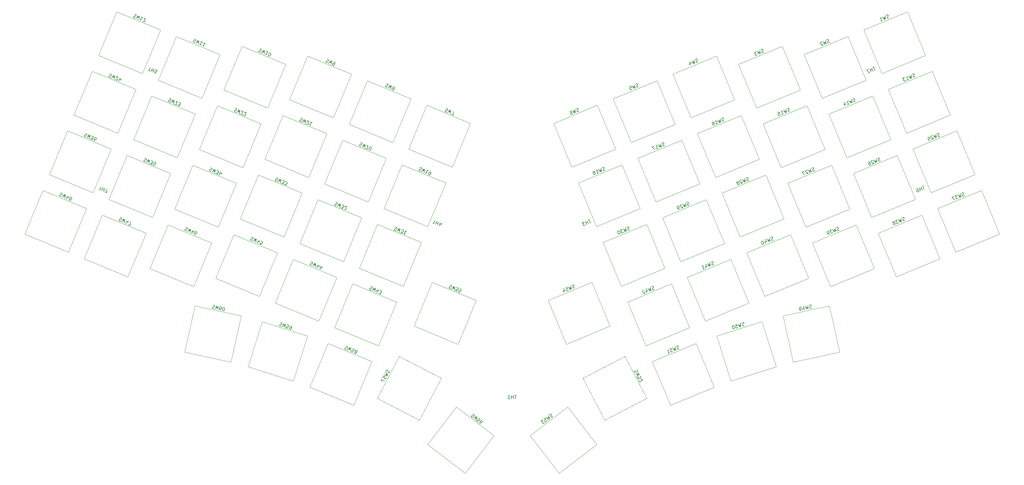
<source format=gbr>
%TF.GenerationSoftware,KiCad,Pcbnew,(6.0.0)*%
%TF.CreationDate,2022-03-22T19:27:30+01:00*%
%TF.ProjectId,main,6d61696e-2e6b-4696-9361-645f70636258,rev?*%
%TF.SameCoordinates,Original*%
%TF.FileFunction,Legend,Bot*%
%TF.FilePolarity,Positive*%
%FSLAX46Y46*%
G04 Gerber Fmt 4.6, Leading zero omitted, Abs format (unit mm)*
G04 Created by KiCad (PCBNEW (6.0.0)) date 2022-03-22 19:27:30*
%MOMM*%
%LPD*%
G01*
G04 APERTURE LIST*
%ADD10C,0.150000*%
%ADD11C,0.120000*%
G04 APERTURE END LIST*
D10*
%TO.C,SW18*%
X-170908074Y-39966717D02*
X-171021834Y-40065380D01*
X-171241805Y-40156495D01*
X-171348016Y-40148947D01*
X-171410234Y-40123176D01*
X-171490674Y-40053410D01*
X-171527120Y-39965422D01*
X-171519572Y-39859210D01*
X-171493801Y-39796993D01*
X-171424035Y-39716553D01*
X-171266281Y-39599666D01*
X-171196516Y-39519226D01*
X-171170744Y-39457009D01*
X-171163196Y-39350797D01*
X-171199642Y-39262809D01*
X-171280082Y-39193043D01*
X-171342300Y-39167272D01*
X-171448511Y-39159724D01*
X-171668483Y-39250839D01*
X-171782242Y-39349502D01*
X-172108425Y-39433069D02*
X-171945713Y-40448064D01*
X-172395035Y-39861042D01*
X-172297667Y-40593848D01*
X-172900322Y-39761083D01*
X-173353530Y-41031200D02*
X-172825598Y-40812524D01*
X-173089564Y-40921862D02*
X-173472247Y-39997983D01*
X-173329590Y-40093519D01*
X-173205155Y-40145062D01*
X-173098944Y-40152610D01*
X-174100137Y-40721945D02*
X-174030371Y-40641505D01*
X-174004600Y-40579288D01*
X-173997052Y-40473076D01*
X-174015275Y-40429082D01*
X-174095715Y-40359317D01*
X-174157933Y-40333545D01*
X-174264144Y-40325997D01*
X-174440121Y-40398889D01*
X-174509887Y-40479329D01*
X-174535658Y-40541547D01*
X-174543206Y-40647758D01*
X-174524983Y-40691753D01*
X-174444543Y-40761518D01*
X-174382326Y-40787289D01*
X-174276114Y-40794838D01*
X-174100137Y-40721945D01*
X-173993925Y-40729494D01*
X-173931708Y-40755265D01*
X-173851268Y-40825030D01*
X-173778376Y-41001007D01*
X-173785924Y-41107219D01*
X-173811695Y-41169436D01*
X-173881461Y-41249877D01*
X-174057438Y-41322769D01*
X-174163649Y-41315220D01*
X-174225867Y-41289449D01*
X-174306307Y-41219684D01*
X-174379199Y-41043707D01*
X-174371651Y-40937495D01*
X-174345880Y-40875278D01*
X-174276114Y-40794838D01*
%TO.C,SW3*%
X-124140121Y-5170708D02*
X-124253881Y-5269371D01*
X-124473853Y-5360487D01*
X-124580064Y-5352938D01*
X-124642281Y-5327167D01*
X-124722722Y-5257402D01*
X-124759168Y-5169413D01*
X-124751619Y-5063202D01*
X-124725848Y-5000984D01*
X-124656083Y-4920544D01*
X-124498329Y-4803658D01*
X-124428563Y-4723217D01*
X-124402792Y-4661000D01*
X-124395244Y-4554788D01*
X-124431690Y-4466800D01*
X-124512130Y-4397034D01*
X-124574347Y-4371263D01*
X-124680559Y-4363715D01*
X-124900530Y-4454830D01*
X-125014290Y-4553493D01*
X-125340473Y-4637060D02*
X-125177761Y-5652055D01*
X-125627083Y-5065033D01*
X-125529715Y-5797839D01*
X-126132370Y-4965075D01*
X-126396335Y-5074413D02*
X-126968261Y-5311312D01*
X-126514517Y-5535705D01*
X-126646499Y-5590374D01*
X-126716265Y-5670814D01*
X-126742036Y-5733032D01*
X-126749584Y-5839243D01*
X-126658469Y-6059215D01*
X-126578029Y-6128980D01*
X-126515812Y-6154751D01*
X-126409600Y-6162299D01*
X-126145635Y-6052961D01*
X-126075869Y-5972521D01*
X-126050098Y-5910304D01*
%TO.C,SW58*%
X-247345090Y-91879947D02*
X-247194884Y-91890622D01*
X-246974913Y-91981737D01*
X-246905147Y-92062178D01*
X-246879376Y-92124395D01*
X-246871828Y-92230607D01*
X-246908274Y-92318595D01*
X-246988714Y-92388361D01*
X-247050931Y-92414132D01*
X-247157143Y-92421680D01*
X-247351343Y-92392782D01*
X-247457555Y-92400330D01*
X-247519772Y-92426102D01*
X-247600212Y-92495867D01*
X-247636658Y-92583856D01*
X-247629110Y-92690067D01*
X-247603339Y-92752285D01*
X-247533573Y-92832725D01*
X-247313602Y-92923840D01*
X-247163396Y-92934515D01*
X-246873659Y-93106070D02*
X-246271004Y-92273306D01*
X-246368373Y-93006112D01*
X-245919050Y-92419090D01*
X-246081763Y-93434085D01*
X-245289866Y-93762099D02*
X-245729808Y-93579869D01*
X-245591572Y-93121703D01*
X-245565801Y-93183920D01*
X-245496036Y-93264361D01*
X-245276064Y-93355476D01*
X-245169853Y-93347927D01*
X-245107636Y-93322156D01*
X-245027195Y-93252391D01*
X-244936080Y-93032419D01*
X-244943628Y-92926208D01*
X-244969400Y-92863991D01*
X-245039165Y-92783550D01*
X-245259136Y-92692435D01*
X-245365348Y-92699983D01*
X-245427565Y-92725755D01*
X-244553933Y-93603050D02*
X-244660145Y-93610598D01*
X-244722362Y-93636369D01*
X-244802802Y-93706135D01*
X-244821025Y-93750129D01*
X-244813477Y-93856341D01*
X-244787706Y-93918558D01*
X-244717940Y-93998998D01*
X-244541963Y-94071890D01*
X-244435752Y-94064342D01*
X-244373534Y-94038571D01*
X-244293094Y-93968805D01*
X-244274871Y-93924811D01*
X-244282419Y-93818599D01*
X-244308191Y-93756382D01*
X-244377956Y-93675942D01*
X-244553933Y-93603050D01*
X-244623699Y-93522609D01*
X-244649470Y-93460392D01*
X-244657018Y-93354181D01*
X-244584126Y-93178204D01*
X-244503686Y-93108438D01*
X-244441468Y-93082667D01*
X-244335257Y-93075119D01*
X-244159280Y-93148011D01*
X-244089514Y-93228451D01*
X-244063743Y-93290668D01*
X-244056195Y-93396880D01*
X-244129087Y-93572857D01*
X-244209527Y-93642622D01*
X-244271745Y-93668394D01*
X-244377956Y-93675942D01*
%TO.C,SW22*%
X-280011014Y-21794285D02*
X-279860808Y-21804960D01*
X-279640837Y-21896075D01*
X-279571071Y-21976516D01*
X-279545300Y-22038733D01*
X-279537752Y-22144945D01*
X-279574198Y-22232933D01*
X-279654638Y-22302699D01*
X-279716855Y-22328470D01*
X-279823067Y-22336018D01*
X-280017267Y-22307120D01*
X-280123479Y-22314668D01*
X-280185696Y-22340440D01*
X-280266136Y-22410205D01*
X-280302582Y-22498194D01*
X-280295034Y-22604405D01*
X-280269263Y-22666623D01*
X-280199497Y-22747063D01*
X-279979526Y-22838178D01*
X-279829320Y-22848853D01*
X-279539583Y-23020408D02*
X-278936928Y-22187644D01*
X-279034297Y-22920450D01*
X-278584974Y-22333428D01*
X-278747687Y-23348423D01*
X-278403281Y-23387995D02*
X-278377509Y-23450212D01*
X-278307744Y-23530653D01*
X-278087773Y-23621768D01*
X-277981561Y-23614220D01*
X-277919344Y-23588448D01*
X-277838903Y-23518683D01*
X-277802457Y-23430694D01*
X-277791783Y-23280489D01*
X-278101037Y-22533881D01*
X-277529112Y-22770780D01*
X-277523395Y-23752456D02*
X-277497624Y-23814673D01*
X-277427859Y-23895113D01*
X-277207887Y-23986228D01*
X-277101676Y-23978680D01*
X-277039458Y-23952909D01*
X-276959018Y-23883143D01*
X-276922572Y-23795155D01*
X-276911897Y-23644949D01*
X-277221152Y-22898342D01*
X-276649227Y-23135241D01*
%TO.C,SW1*%
X-87214953Y4982835D02*
X-87328713Y4884172D01*
X-87548685Y4793056D01*
X-87654896Y4800605D01*
X-87717113Y4826376D01*
X-87797554Y4896141D01*
X-87834000Y4984130D01*
X-87826451Y5090341D01*
X-87800680Y5152559D01*
X-87730915Y5232999D01*
X-87573161Y5349885D01*
X-87503395Y5430326D01*
X-87477624Y5492543D01*
X-87470076Y5598755D01*
X-87506522Y5686743D01*
X-87586962Y5756509D01*
X-87649179Y5782280D01*
X-87755391Y5789828D01*
X-87975362Y5698713D01*
X-88089122Y5600050D01*
X-88415305Y5516483D02*
X-88252593Y4501488D01*
X-88701915Y5088510D01*
X-88604547Y4355704D01*
X-89207202Y5188468D01*
X-89660409Y3918351D02*
X-89132478Y4137028D01*
X-89396444Y4027690D02*
X-89779127Y4951569D01*
X-89636469Y4856032D01*
X-89512035Y4804490D01*
X-89405823Y4796942D01*
%TO.C,SW36*%
X-324207168Y-29194456D02*
X-324056962Y-29205131D01*
X-323836991Y-29296246D01*
X-323767225Y-29376687D01*
X-323741454Y-29438904D01*
X-323733906Y-29545116D01*
X-323770352Y-29633104D01*
X-323850792Y-29702870D01*
X-323913009Y-29728641D01*
X-324019221Y-29736189D01*
X-324213421Y-29707291D01*
X-324319633Y-29714839D01*
X-324381850Y-29740611D01*
X-324462290Y-29810376D01*
X-324498736Y-29898365D01*
X-324491188Y-30004576D01*
X-324465417Y-30066794D01*
X-324395651Y-30147234D01*
X-324175680Y-30238349D01*
X-324025474Y-30249024D01*
X-323735737Y-30420579D02*
X-323133082Y-29587815D01*
X-323230451Y-30320621D01*
X-322781128Y-29733599D01*
X-322943841Y-30748594D01*
X-322679875Y-30857932D02*
X-322107949Y-31094831D01*
X-322270125Y-30615316D01*
X-322138142Y-30669985D01*
X-322031931Y-30662436D01*
X-321969714Y-30636665D01*
X-321889273Y-30566900D01*
X-321798158Y-30346928D01*
X-321805706Y-30240717D01*
X-321831478Y-30178500D01*
X-321901243Y-30098059D01*
X-322165209Y-29988721D01*
X-322271420Y-29996269D01*
X-322333638Y-30022041D01*
X-321316053Y-31422845D02*
X-321492030Y-31349953D01*
X-321561795Y-31269513D01*
X-321587567Y-31207296D01*
X-321620886Y-31038867D01*
X-321591988Y-30844667D01*
X-321446204Y-30492713D01*
X-321365764Y-30422947D01*
X-321303546Y-30397176D01*
X-321197335Y-30389628D01*
X-321021358Y-30462520D01*
X-320951592Y-30542960D01*
X-320925821Y-30605177D01*
X-320918273Y-30711389D01*
X-321009388Y-30931360D01*
X-321089828Y-31001126D01*
X-321152046Y-31026897D01*
X-321258257Y-31034445D01*
X-321434234Y-30961553D01*
X-321504000Y-30881113D01*
X-321529771Y-30818895D01*
X-321537319Y-30712684D01*
%TO.C,SW30*%
X-163637088Y-57520428D02*
X-163750848Y-57619091D01*
X-163970819Y-57710206D01*
X-164077030Y-57702658D01*
X-164139248Y-57676887D01*
X-164219688Y-57607121D01*
X-164256134Y-57519133D01*
X-164248586Y-57412921D01*
X-164222815Y-57350704D01*
X-164153049Y-57270264D01*
X-163995295Y-57153377D01*
X-163925530Y-57072937D01*
X-163899758Y-57010720D01*
X-163892210Y-56904508D01*
X-163928656Y-56816520D01*
X-164009096Y-56746754D01*
X-164071314Y-56720983D01*
X-164177525Y-56713435D01*
X-164397497Y-56804550D01*
X-164511256Y-56903213D01*
X-164837439Y-56986780D02*
X-164674727Y-58001775D01*
X-165124049Y-57414753D01*
X-165026681Y-58147559D01*
X-165629336Y-57314794D01*
X-165893302Y-57424133D02*
X-166465227Y-57661032D01*
X-166011483Y-57885425D01*
X-166143466Y-57940094D01*
X-166213231Y-58020534D01*
X-166239003Y-58082751D01*
X-166246551Y-58188963D01*
X-166155436Y-58408934D01*
X-166074995Y-58478700D01*
X-166012778Y-58504471D01*
X-165906566Y-58512019D01*
X-165642601Y-58402681D01*
X-165572835Y-58322241D01*
X-165547064Y-58260024D01*
X-167037152Y-57897931D02*
X-167125141Y-57934377D01*
X-167194906Y-58014817D01*
X-167220678Y-58077035D01*
X-167228226Y-58183246D01*
X-167199328Y-58377446D01*
X-167108213Y-58597418D01*
X-166991327Y-58755172D01*
X-166910886Y-58824937D01*
X-166848669Y-58850708D01*
X-166742457Y-58858257D01*
X-166654469Y-58821811D01*
X-166584703Y-58741370D01*
X-166558932Y-58679153D01*
X-166551384Y-58572942D01*
X-166580282Y-58378741D01*
X-166671397Y-58158770D01*
X-166788283Y-58001016D01*
X-166868724Y-57931251D01*
X-166930941Y-57905479D01*
X-167037152Y-57897931D01*
%TO.C,TH3*%
X-175426197Y-54581004D02*
X-175954128Y-54799680D01*
X-175307479Y-55614222D02*
X-175690163Y-54690342D01*
X-175879405Y-55851121D02*
X-176262088Y-54927241D01*
X-176079858Y-55367184D02*
X-176607789Y-55585860D01*
X-176407336Y-56069797D02*
X-176790019Y-55145918D01*
X-177141973Y-55291702D02*
X-177713899Y-55528601D01*
X-177260155Y-55752994D01*
X-177392138Y-55807663D01*
X-177461903Y-55888103D01*
X-177487674Y-55950321D01*
X-177495223Y-56056532D01*
X-177404107Y-56276503D01*
X-177323667Y-56346269D01*
X-177261450Y-56372040D01*
X-177155238Y-56379588D01*
X-176891273Y-56270250D01*
X-176821507Y-56189810D01*
X-176795736Y-56127593D01*
%TO.C,SW28*%
X-128529666Y-42978458D02*
X-128643426Y-43077121D01*
X-128863397Y-43168236D01*
X-128969608Y-43160688D01*
X-129031826Y-43134917D01*
X-129112266Y-43065151D01*
X-129148712Y-42977163D01*
X-129141164Y-42870951D01*
X-129115393Y-42808734D01*
X-129045627Y-42728294D01*
X-128887873Y-42611407D01*
X-128818108Y-42530967D01*
X-128792336Y-42468750D01*
X-128784788Y-42362538D01*
X-128821234Y-42274550D01*
X-128901674Y-42204784D01*
X-128963892Y-42179013D01*
X-129070103Y-42171465D01*
X-129290075Y-42262580D01*
X-129403834Y-42361243D01*
X-129730017Y-42444810D02*
X-129567305Y-43459805D01*
X-130016627Y-42872783D01*
X-129919259Y-43605589D01*
X-130521914Y-42772824D01*
X-130793428Y-42988374D02*
X-130855645Y-42962603D01*
X-130961857Y-42955055D01*
X-131181828Y-43046170D01*
X-131251593Y-43126610D01*
X-131277365Y-43188827D01*
X-131284913Y-43295039D01*
X-131248467Y-43383027D01*
X-131149804Y-43496787D01*
X-130403196Y-43806042D01*
X-130975122Y-44042941D01*
X-131721729Y-43733686D02*
X-131651963Y-43653246D01*
X-131626192Y-43591029D01*
X-131618644Y-43484817D01*
X-131636867Y-43440823D01*
X-131717307Y-43371058D01*
X-131779525Y-43345286D01*
X-131885736Y-43337738D01*
X-132061713Y-43410630D01*
X-132131479Y-43491070D01*
X-132157250Y-43553288D01*
X-132164798Y-43659499D01*
X-132146575Y-43703494D01*
X-132066135Y-43773259D01*
X-132003918Y-43799030D01*
X-131897706Y-43806579D01*
X-131721729Y-43733686D01*
X-131615517Y-43741235D01*
X-131553300Y-43767006D01*
X-131472860Y-43836771D01*
X-131399968Y-44012748D01*
X-131407516Y-44118960D01*
X-131433287Y-44181177D01*
X-131503053Y-44261618D01*
X-131679030Y-44334510D01*
X-131785241Y-44326961D01*
X-131847459Y-44301190D01*
X-131927899Y-44231425D01*
X-132000791Y-44055448D01*
X-131993243Y-43949236D01*
X-131967472Y-43887019D01*
X-131897706Y-43806579D01*
%TO.C,SW37*%
X-64962055Y-47496069D02*
X-65075815Y-47594732D01*
X-65295786Y-47685847D01*
X-65401997Y-47678299D01*
X-65464215Y-47652528D01*
X-65544655Y-47582762D01*
X-65581101Y-47494774D01*
X-65573553Y-47388562D01*
X-65547782Y-47326345D01*
X-65478016Y-47245905D01*
X-65320262Y-47129018D01*
X-65250497Y-47048578D01*
X-65224725Y-46986361D01*
X-65217177Y-46880149D01*
X-65253623Y-46792161D01*
X-65334063Y-46722395D01*
X-65396281Y-46696624D01*
X-65502492Y-46689076D01*
X-65722464Y-46780191D01*
X-65836223Y-46878854D01*
X-66162406Y-46962421D02*
X-65999694Y-47977416D01*
X-66449016Y-47390394D01*
X-66351648Y-48123200D01*
X-66954303Y-47290435D01*
X-67218269Y-47399774D02*
X-67790194Y-47636673D01*
X-67336450Y-47861066D01*
X-67468433Y-47915735D01*
X-67538198Y-47996175D01*
X-67563970Y-48058392D01*
X-67571518Y-48164604D01*
X-67480403Y-48384575D01*
X-67399962Y-48454341D01*
X-67337745Y-48480112D01*
X-67231533Y-48487660D01*
X-66967568Y-48378322D01*
X-66897802Y-48297882D01*
X-66872031Y-48235665D01*
X-68098154Y-47764234D02*
X-68714074Y-48019356D01*
X-67935442Y-48779229D01*
%TO.C,SW13*%
X-79504027Y-12388647D02*
X-79617787Y-12487310D01*
X-79837758Y-12578425D01*
X-79943969Y-12570877D01*
X-80006187Y-12545106D01*
X-80086627Y-12475340D01*
X-80123073Y-12387352D01*
X-80115525Y-12281140D01*
X-80089754Y-12218923D01*
X-80019988Y-12138483D01*
X-79862234Y-12021596D01*
X-79792469Y-11941156D01*
X-79766697Y-11878939D01*
X-79759149Y-11772727D01*
X-79795595Y-11684739D01*
X-79876035Y-11614973D01*
X-79938253Y-11589202D01*
X-80044464Y-11581654D01*
X-80264436Y-11672769D01*
X-80378195Y-11771432D01*
X-80704378Y-11854999D02*
X-80541666Y-12869994D01*
X-80990988Y-12282972D01*
X-80893620Y-13015778D01*
X-81496275Y-12183013D01*
X-81949483Y-13453130D02*
X-81421551Y-13234454D01*
X-81685517Y-13343792D02*
X-82068200Y-12419913D01*
X-81925543Y-12515449D01*
X-81801108Y-12566992D01*
X-81694897Y-12574540D01*
X-82640126Y-12656812D02*
X-83212051Y-12893711D01*
X-82758307Y-13118104D01*
X-82890290Y-13172773D01*
X-82960056Y-13253214D01*
X-82985827Y-13315431D01*
X-82993375Y-13421642D01*
X-82902260Y-13641614D01*
X-82821820Y-13711379D01*
X-82759602Y-13737150D01*
X-82653391Y-13744699D01*
X-82389425Y-13635361D01*
X-82319660Y-13554920D01*
X-82293888Y-13492703D01*
%TO.C,SW50*%
X-129813011Y-85777735D02*
X-129934937Y-85866109D01*
X-130162012Y-85937705D01*
X-130267162Y-85920929D01*
X-130326896Y-85889833D01*
X-130400950Y-85813322D01*
X-130429588Y-85722492D01*
X-130412812Y-85617342D01*
X-130381716Y-85557608D01*
X-130305205Y-85483554D01*
X-130137864Y-85380862D01*
X-130061353Y-85306808D01*
X-130030258Y-85247074D01*
X-130013481Y-85141924D01*
X-130042120Y-85051094D01*
X-130116174Y-84974583D01*
X-130175908Y-84943487D01*
X-130281058Y-84926711D01*
X-130508133Y-84998308D01*
X-130630059Y-85086681D01*
X-130962284Y-85141501D02*
X-130888654Y-86166814D01*
X-131285104Y-85542865D01*
X-131251974Y-86281369D01*
X-131779756Y-85399249D01*
X-132597227Y-85656996D02*
X-132143076Y-85513803D01*
X-131954468Y-85953635D01*
X-132014202Y-85922539D01*
X-132119352Y-85905763D01*
X-132346427Y-85977359D01*
X-132422938Y-86051413D01*
X-132454034Y-86111147D01*
X-132470811Y-86216297D01*
X-132399214Y-86443372D01*
X-132325160Y-86519883D01*
X-132265426Y-86550979D01*
X-132160276Y-86567755D01*
X-131933201Y-86496159D01*
X-131856690Y-86422105D01*
X-131825594Y-86362371D01*
X-133233039Y-85857467D02*
X-133323869Y-85886106D01*
X-133400380Y-85960159D01*
X-133431475Y-86019894D01*
X-133448252Y-86125043D01*
X-133436390Y-86321023D01*
X-133364793Y-86548098D01*
X-133262101Y-86715439D01*
X-133188047Y-86791950D01*
X-133128312Y-86823046D01*
X-133023163Y-86839823D01*
X-132932333Y-86811184D01*
X-132855822Y-86737130D01*
X-132824726Y-86677396D01*
X-132807950Y-86572246D01*
X-132819812Y-86376267D01*
X-132891409Y-86149191D01*
X-132994101Y-85981850D01*
X-133068155Y-85905339D01*
X-133127889Y-85874243D01*
X-133233039Y-85857467D01*
%TO.C,SW47*%
X-313924442Y-54019152D02*
X-313774236Y-54029827D01*
X-313554265Y-54120942D01*
X-313484499Y-54201383D01*
X-313458728Y-54263600D01*
X-313451180Y-54369812D01*
X-313487626Y-54457800D01*
X-313568066Y-54527566D01*
X-313630283Y-54553337D01*
X-313736495Y-54560885D01*
X-313930695Y-54531987D01*
X-314036907Y-54539535D01*
X-314099124Y-54565307D01*
X-314179564Y-54635072D01*
X-314216010Y-54723061D01*
X-314208462Y-54829272D01*
X-314182691Y-54891490D01*
X-314112925Y-54971930D01*
X-313892954Y-55063045D01*
X-313742748Y-55073720D01*
X-313453011Y-55245275D02*
X-312850356Y-54412511D01*
X-312947725Y-55145317D01*
X-312498402Y-54558295D01*
X-312661115Y-55573290D01*
X-311785651Y-55575121D02*
X-311530529Y-54959201D01*
X-312151406Y-55835960D02*
X-312098032Y-55084931D01*
X-311526107Y-55321830D01*
X-311517264Y-56047088D02*
X-310901344Y-56302210D01*
X-310914609Y-55214324D01*
%TO.C,SW12*%
X-309665197Y5912966D02*
X-309514991Y5902291D01*
X-309295020Y5811176D01*
X-309225254Y5730735D01*
X-309199483Y5668518D01*
X-309191935Y5562306D01*
X-309228381Y5474318D01*
X-309308821Y5404552D01*
X-309371038Y5378781D01*
X-309477250Y5371233D01*
X-309671450Y5400131D01*
X-309777662Y5392583D01*
X-309839879Y5366811D01*
X-309920319Y5297046D01*
X-309956765Y5209057D01*
X-309949217Y5102846D01*
X-309923446Y5040628D01*
X-309853680Y4960188D01*
X-309633709Y4869073D01*
X-309483503Y4858398D01*
X-309193766Y4686843D02*
X-308591111Y5519607D01*
X-308688480Y4786801D01*
X-308239157Y5373823D01*
X-308401870Y4358828D01*
X-307183295Y4936471D02*
X-307711226Y5155147D01*
X-307447261Y5045809D02*
X-307829944Y4121929D01*
X-307863264Y4290358D01*
X-307914806Y4414793D01*
X-307984572Y4495233D01*
X-307177578Y3954795D02*
X-307151807Y3892578D01*
X-307082042Y3812138D01*
X-306862070Y3721023D01*
X-306755859Y3728571D01*
X-306693641Y3754342D01*
X-306613201Y3824108D01*
X-306576755Y3912096D01*
X-306566080Y4062302D01*
X-306875335Y4808909D01*
X-306303410Y4572010D01*
%TO.C,SW43*%
X-240074103Y-74326238D02*
X-239923897Y-74336913D01*
X-239703926Y-74428028D01*
X-239634160Y-74508469D01*
X-239608389Y-74570686D01*
X-239600841Y-74676898D01*
X-239637287Y-74764886D01*
X-239717727Y-74834652D01*
X-239779944Y-74860423D01*
X-239886156Y-74867971D01*
X-240080356Y-74839073D01*
X-240186568Y-74846621D01*
X-240248785Y-74872393D01*
X-240329225Y-74942158D01*
X-240365671Y-75030147D01*
X-240358123Y-75136358D01*
X-240332352Y-75198576D01*
X-240262586Y-75279016D01*
X-240042615Y-75370131D01*
X-239892409Y-75380806D01*
X-239602672Y-75552361D02*
X-239000017Y-74719597D01*
X-239097386Y-75452403D01*
X-238648063Y-74865381D01*
X-238810776Y-75880376D01*
X-237935312Y-75882207D02*
X-237680190Y-75266287D01*
X-238301067Y-76143046D02*
X-238247693Y-75392017D01*
X-237675768Y-75628916D01*
X-237666925Y-76354174D02*
X-237094999Y-76591073D01*
X-237257175Y-76111558D01*
X-237125192Y-76166227D01*
X-237018981Y-76158679D01*
X-236956763Y-76132908D01*
X-236876323Y-76063142D01*
X-236785208Y-75843171D01*
X-236792756Y-75736959D01*
X-236818527Y-75674742D01*
X-236888293Y-75594302D01*
X-237152258Y-75484964D01*
X-237258470Y-75492512D01*
X-237320687Y-75518283D01*
%TO.C,SW54*%
X-179808893Y-74618634D02*
X-179922653Y-74717297D01*
X-180142624Y-74808412D01*
X-180248835Y-74800864D01*
X-180311053Y-74775093D01*
X-180391493Y-74705327D01*
X-180427939Y-74617339D01*
X-180420391Y-74511127D01*
X-180394620Y-74448910D01*
X-180324854Y-74368470D01*
X-180167100Y-74251583D01*
X-180097335Y-74171143D01*
X-180071563Y-74108926D01*
X-180064015Y-74002714D01*
X-180100461Y-73914726D01*
X-180180901Y-73844960D01*
X-180243119Y-73819189D01*
X-180349330Y-73811641D01*
X-180569302Y-73902756D01*
X-180683061Y-74001419D01*
X-181009244Y-74084986D02*
X-180846532Y-75099981D01*
X-181295854Y-74512959D01*
X-181198486Y-75245765D01*
X-181801141Y-74413000D01*
X-182593038Y-74741015D02*
X-182153095Y-74558785D01*
X-181926871Y-74980504D01*
X-181989088Y-74954733D01*
X-182095299Y-74947185D01*
X-182315271Y-75038300D01*
X-182385036Y-75118740D01*
X-182410808Y-75180957D01*
X-182418356Y-75287169D01*
X-182327241Y-75507140D01*
X-182246800Y-75576906D01*
X-182184583Y-75602677D01*
X-182078371Y-75610225D01*
X-181858400Y-75519110D01*
X-181788635Y-75438670D01*
X-181762863Y-75376453D01*
X-183301368Y-75395212D02*
X-183046245Y-76011132D01*
X-183227180Y-74952143D02*
X-182733864Y-75520942D01*
X-183305789Y-75757841D01*
%TO.C,SW34*%
X-287281999Y-39347997D02*
X-287131793Y-39358672D01*
X-286911822Y-39449787D01*
X-286842056Y-39530228D01*
X-286816285Y-39592445D01*
X-286808737Y-39698657D01*
X-286845183Y-39786645D01*
X-286925623Y-39856411D01*
X-286987840Y-39882182D01*
X-287094052Y-39889730D01*
X-287288252Y-39860832D01*
X-287394464Y-39868380D01*
X-287456681Y-39894152D01*
X-287537121Y-39963917D01*
X-287573567Y-40051906D01*
X-287566019Y-40158117D01*
X-287540248Y-40220335D01*
X-287470482Y-40300775D01*
X-287250511Y-40391890D01*
X-287100305Y-40402565D01*
X-286810568Y-40574120D02*
X-286207913Y-39741356D01*
X-286305282Y-40474162D01*
X-285855959Y-39887140D01*
X-286018672Y-40902135D01*
X-285754706Y-41011473D02*
X-285182780Y-41248372D01*
X-285344956Y-40768857D01*
X-285212973Y-40823526D01*
X-285106762Y-40815977D01*
X-285044545Y-40790206D01*
X-284964104Y-40720441D01*
X-284872989Y-40500469D01*
X-284880537Y-40394258D01*
X-284906309Y-40332041D01*
X-284976074Y-40251600D01*
X-285240040Y-40142262D01*
X-285346251Y-40149810D01*
X-285408469Y-40175582D01*
X-284263323Y-41268426D02*
X-284008200Y-40652507D01*
X-284629078Y-41529265D02*
X-284575704Y-40778236D01*
X-284003779Y-41015136D01*
%TO.C,SW45*%
X-275181527Y-59784267D02*
X-275031321Y-59794942D01*
X-274811350Y-59886057D01*
X-274741584Y-59966498D01*
X-274715813Y-60028715D01*
X-274708265Y-60134927D01*
X-274744711Y-60222915D01*
X-274825151Y-60292681D01*
X-274887368Y-60318452D01*
X-274993580Y-60326000D01*
X-275187780Y-60297102D01*
X-275293992Y-60304650D01*
X-275356209Y-60330422D01*
X-275436649Y-60400187D01*
X-275473095Y-60488176D01*
X-275465547Y-60594387D01*
X-275439776Y-60656605D01*
X-275370010Y-60737045D01*
X-275150039Y-60828160D01*
X-274999833Y-60838835D01*
X-274710096Y-61010390D02*
X-274107441Y-60177626D01*
X-274204810Y-60910432D01*
X-273755487Y-60323410D01*
X-273918200Y-61338405D01*
X-273042736Y-61340236D02*
X-272787614Y-60724316D01*
X-273408491Y-61601075D02*
X-273355117Y-60850046D01*
X-272783192Y-61086945D01*
X-272246417Y-62030879D02*
X-272686360Y-61848649D01*
X-272548124Y-61390483D01*
X-272522353Y-61452701D01*
X-272452587Y-61533141D01*
X-272232616Y-61624256D01*
X-272126405Y-61616708D01*
X-272064187Y-61590937D01*
X-271983747Y-61521171D01*
X-271892632Y-61301200D01*
X-271900180Y-61194988D01*
X-271925951Y-61132771D01*
X-271995717Y-61052331D01*
X-272215688Y-60961216D01*
X-272321900Y-60968764D01*
X-272384117Y-60994535D01*
%TO.C,SW25*%
X-72233041Y-29942358D02*
X-72346801Y-30041021D01*
X-72566772Y-30132136D01*
X-72672983Y-30124588D01*
X-72735201Y-30098817D01*
X-72815641Y-30029051D01*
X-72852087Y-29941063D01*
X-72844539Y-29834851D01*
X-72818768Y-29772634D01*
X-72749002Y-29692194D01*
X-72591248Y-29575307D01*
X-72521483Y-29494867D01*
X-72495711Y-29432650D01*
X-72488163Y-29326438D01*
X-72524609Y-29238450D01*
X-72605049Y-29168684D01*
X-72667267Y-29142913D01*
X-72773478Y-29135365D01*
X-72993450Y-29226480D01*
X-73107209Y-29325143D01*
X-73433392Y-29408710D02*
X-73270680Y-30423705D01*
X-73720002Y-29836683D01*
X-73622634Y-30569489D01*
X-74225289Y-29736724D01*
X-74496803Y-29952274D02*
X-74559020Y-29926503D01*
X-74665232Y-29918955D01*
X-74885203Y-30010070D01*
X-74954968Y-30090510D01*
X-74980740Y-30152727D01*
X-74988288Y-30258939D01*
X-74951842Y-30346927D01*
X-74853179Y-30460687D01*
X-74106571Y-30769942D01*
X-74678497Y-31006841D01*
X-75897071Y-30429199D02*
X-75457128Y-30246969D01*
X-75230904Y-30668689D01*
X-75293121Y-30642917D01*
X-75399333Y-30635369D01*
X-75619304Y-30726484D01*
X-75689070Y-30806925D01*
X-75714841Y-30869142D01*
X-75722389Y-30975353D01*
X-75631274Y-31195325D01*
X-75550834Y-31265090D01*
X-75488616Y-31290861D01*
X-75382405Y-31298410D01*
X-75162433Y-31207295D01*
X-75092668Y-31126854D01*
X-75066897Y-31064637D01*
%TO.C,SW7*%
X-217821207Y-21847337D02*
X-217671001Y-21858011D01*
X-217451030Y-21949127D01*
X-217381265Y-22029567D01*
X-217355493Y-22091784D01*
X-217347945Y-22197996D01*
X-217384391Y-22285984D01*
X-217464831Y-22355750D01*
X-217527049Y-22381521D01*
X-217633260Y-22389069D01*
X-217827460Y-22360171D01*
X-217933672Y-22367720D01*
X-217995889Y-22393491D01*
X-218076329Y-22463256D01*
X-218112776Y-22551245D01*
X-218105227Y-22657456D01*
X-218079456Y-22719674D01*
X-218009691Y-22800114D01*
X-217789719Y-22891229D01*
X-217639513Y-22901904D01*
X-217349777Y-23073459D02*
X-216747122Y-22240695D01*
X-216844490Y-22973501D01*
X-216395168Y-22386479D01*
X-216557880Y-23401474D01*
X-216293914Y-23510812D02*
X-215677995Y-23765934D01*
X-215691260Y-22678047D01*
%TO.C,SW41*%
X-138812392Y-67803154D02*
X-138926152Y-67901817D01*
X-139146123Y-67992932D01*
X-139252334Y-67985384D01*
X-139314552Y-67959613D01*
X-139394992Y-67889847D01*
X-139431438Y-67801859D01*
X-139423890Y-67695647D01*
X-139398119Y-67633430D01*
X-139328353Y-67552990D01*
X-139170599Y-67436103D01*
X-139100834Y-67355663D01*
X-139075062Y-67293446D01*
X-139067514Y-67187234D01*
X-139103960Y-67099246D01*
X-139184400Y-67029480D01*
X-139246618Y-67003709D01*
X-139352829Y-66996161D01*
X-139572801Y-67087276D01*
X-139686560Y-67185939D01*
X-140012743Y-67269506D02*
X-139850031Y-68284501D01*
X-140299353Y-67697479D01*
X-140201985Y-68430285D01*
X-140804640Y-67597520D01*
X-141424981Y-68215272D02*
X-141169859Y-68831191D01*
X-141350794Y-67772202D02*
X-140857478Y-68341001D01*
X-141429403Y-68577901D01*
X-142137733Y-69232098D02*
X-141609802Y-69013422D01*
X-141873767Y-69122760D02*
X-142256451Y-68198880D01*
X-142113793Y-68294417D01*
X-141989359Y-68345959D01*
X-141883147Y-68353508D01*
%TO.C,SW35*%
X-306653457Y-36465439D02*
X-306503251Y-36476114D01*
X-306283280Y-36567229D01*
X-306213514Y-36647670D01*
X-306187743Y-36709887D01*
X-306180195Y-36816099D01*
X-306216641Y-36904087D01*
X-306297081Y-36973853D01*
X-306359298Y-36999624D01*
X-306465510Y-37007172D01*
X-306659710Y-36978274D01*
X-306765922Y-36985822D01*
X-306828139Y-37011594D01*
X-306908579Y-37081359D01*
X-306945025Y-37169348D01*
X-306937477Y-37275559D01*
X-306911706Y-37337777D01*
X-306841940Y-37418217D01*
X-306621969Y-37509332D01*
X-306471763Y-37520007D01*
X-306182026Y-37691562D02*
X-305579371Y-36858798D01*
X-305676740Y-37591604D01*
X-305227417Y-37004582D01*
X-305390130Y-38019577D01*
X-305126164Y-38128915D02*
X-304554238Y-38365814D01*
X-304716414Y-37886299D01*
X-304584431Y-37940968D01*
X-304478220Y-37933419D01*
X-304416003Y-37907648D01*
X-304335562Y-37837883D01*
X-304244447Y-37617911D01*
X-304251995Y-37511700D01*
X-304277767Y-37449483D01*
X-304347532Y-37369042D01*
X-304611498Y-37259704D01*
X-304717709Y-37267252D01*
X-304779927Y-37293024D01*
X-303718347Y-38712051D02*
X-304158290Y-38529821D01*
X-304020054Y-38071655D01*
X-303994283Y-38133873D01*
X-303924517Y-38214313D01*
X-303704546Y-38305428D01*
X-303598335Y-38297880D01*
X-303536117Y-38272109D01*
X-303455677Y-38202343D01*
X-303364562Y-37982372D01*
X-303372110Y-37876160D01*
X-303397881Y-37813943D01*
X-303467647Y-37733503D01*
X-303687618Y-37642388D01*
X-303793830Y-37649936D01*
X-303856047Y-37675707D01*
%TO.C,SW23*%
X-299382472Y-18911731D02*
X-299232266Y-18922406D01*
X-299012295Y-19013521D01*
X-298942529Y-19093962D01*
X-298916758Y-19156179D01*
X-298909210Y-19262391D01*
X-298945656Y-19350379D01*
X-299026096Y-19420145D01*
X-299088313Y-19445916D01*
X-299194525Y-19453464D01*
X-299388725Y-19424566D01*
X-299494937Y-19432114D01*
X-299557154Y-19457886D01*
X-299637594Y-19527651D01*
X-299674040Y-19615640D01*
X-299666492Y-19721851D01*
X-299640721Y-19784069D01*
X-299570955Y-19864509D01*
X-299350984Y-19955624D01*
X-299200778Y-19966299D01*
X-298911041Y-20137854D02*
X-298308386Y-19305090D01*
X-298405755Y-20037896D01*
X-297956432Y-19450874D01*
X-298119145Y-20465869D01*
X-297774739Y-20505441D02*
X-297748967Y-20567658D01*
X-297679202Y-20648099D01*
X-297459231Y-20739214D01*
X-297353019Y-20731666D01*
X-297290802Y-20705894D01*
X-297210361Y-20636129D01*
X-297173915Y-20548140D01*
X-297163241Y-20397935D01*
X-297472495Y-19651327D01*
X-296900570Y-19888226D01*
X-296975294Y-20939667D02*
X-296403368Y-21176566D01*
X-296565544Y-20697051D01*
X-296433561Y-20751720D01*
X-296327350Y-20744172D01*
X-296265132Y-20718401D01*
X-296184692Y-20648635D01*
X-296093577Y-20428664D01*
X-296101125Y-20322452D01*
X-296126896Y-20260235D01*
X-296196662Y-20179795D01*
X-296460627Y-20070457D01*
X-296566839Y-20078005D01*
X-296629056Y-20103776D01*
%TO.C,SW29*%
X-146083378Y-50249443D02*
X-146197138Y-50348106D01*
X-146417109Y-50439221D01*
X-146523320Y-50431673D01*
X-146585538Y-50405902D01*
X-146665978Y-50336136D01*
X-146702424Y-50248148D01*
X-146694876Y-50141936D01*
X-146669105Y-50079719D01*
X-146599339Y-49999279D01*
X-146441585Y-49882392D01*
X-146371820Y-49801952D01*
X-146346048Y-49739735D01*
X-146338500Y-49633523D01*
X-146374946Y-49545535D01*
X-146455386Y-49475769D01*
X-146517604Y-49449998D01*
X-146623815Y-49442450D01*
X-146843787Y-49533565D01*
X-146957546Y-49632228D01*
X-147283729Y-49715795D02*
X-147121017Y-50730790D01*
X-147570339Y-50143768D01*
X-147472971Y-50876574D01*
X-148075626Y-50043809D01*
X-148347140Y-50259359D02*
X-148409357Y-50233588D01*
X-148515569Y-50226040D01*
X-148735540Y-50317155D01*
X-148805305Y-50397595D01*
X-148831077Y-50459812D01*
X-148838625Y-50566024D01*
X-148802179Y-50654012D01*
X-148703516Y-50767772D01*
X-147956908Y-51077027D01*
X-148528834Y-51313926D01*
X-148968776Y-51496157D02*
X-149144753Y-51569049D01*
X-149250965Y-51561500D01*
X-149313182Y-51535729D01*
X-149455840Y-51440192D01*
X-149572726Y-51282438D01*
X-149718510Y-50930484D01*
X-149710962Y-50824273D01*
X-149685191Y-50762055D01*
X-149615425Y-50681615D01*
X-149439448Y-50608723D01*
X-149333237Y-50616271D01*
X-149271019Y-50642043D01*
X-149190579Y-50711808D01*
X-149099464Y-50931779D01*
X-149107012Y-51037991D01*
X-149132783Y-51100208D01*
X-149202549Y-51180649D01*
X-149378526Y-51253541D01*
X-149484737Y-51245992D01*
X-149546955Y-51220221D01*
X-149627395Y-51150456D01*
%TO.C,SW2*%
X-104768664Y-2288151D02*
X-104882424Y-2386814D01*
X-105102396Y-2477930D01*
X-105208607Y-2470381D01*
X-105270824Y-2444610D01*
X-105351265Y-2374845D01*
X-105387711Y-2286856D01*
X-105380162Y-2180645D01*
X-105354391Y-2118427D01*
X-105284626Y-2037987D01*
X-105126872Y-1921101D01*
X-105057106Y-1840660D01*
X-105031335Y-1778443D01*
X-105023787Y-1672231D01*
X-105060233Y-1584243D01*
X-105140673Y-1514477D01*
X-105202890Y-1488706D01*
X-105309102Y-1481158D01*
X-105529073Y-1572273D01*
X-105642833Y-1670936D01*
X-105969016Y-1754503D02*
X-105806304Y-2769498D01*
X-106255626Y-2182476D01*
X-106158258Y-2915282D01*
X-106760913Y-2082518D01*
X-107032426Y-2298067D02*
X-107094644Y-2272296D01*
X-107200855Y-2264748D01*
X-107420827Y-2355863D01*
X-107490592Y-2436303D01*
X-107516363Y-2498521D01*
X-107523912Y-2604732D01*
X-107487465Y-2692721D01*
X-107388802Y-2806480D01*
X-106642195Y-3115735D01*
X-107214120Y-3352635D01*
%TO.C,SW40*%
X-121258681Y-60532170D02*
X-121372441Y-60630833D01*
X-121592412Y-60721948D01*
X-121698623Y-60714400D01*
X-121760841Y-60688629D01*
X-121841281Y-60618863D01*
X-121877727Y-60530875D01*
X-121870179Y-60424663D01*
X-121844408Y-60362446D01*
X-121774642Y-60282006D01*
X-121616888Y-60165119D01*
X-121547123Y-60084679D01*
X-121521351Y-60022462D01*
X-121513803Y-59916250D01*
X-121550249Y-59828262D01*
X-121630689Y-59758496D01*
X-121692907Y-59732725D01*
X-121799118Y-59725177D01*
X-122019090Y-59816292D01*
X-122132849Y-59914955D01*
X-122459032Y-59998522D02*
X-122296320Y-61013517D01*
X-122745642Y-60426495D01*
X-122648274Y-61159301D01*
X-123250929Y-60326536D01*
X-123871270Y-60944288D02*
X-123616148Y-61560207D01*
X-123797083Y-60501218D02*
X-123303767Y-61070017D01*
X-123875692Y-61306917D01*
X-124658745Y-60909673D02*
X-124746734Y-60946119D01*
X-124816499Y-61026559D01*
X-124842271Y-61088777D01*
X-124849819Y-61194988D01*
X-124820921Y-61389188D01*
X-124729806Y-61609160D01*
X-124612920Y-61766914D01*
X-124532479Y-61836679D01*
X-124470262Y-61862450D01*
X-124364050Y-61869999D01*
X-124276062Y-61833553D01*
X-124206296Y-61753112D01*
X-124180525Y-61690895D01*
X-124172977Y-61584684D01*
X-124201875Y-61390483D01*
X-124292990Y-61170512D01*
X-124409876Y-61012758D01*
X-124490317Y-60942993D01*
X-124552534Y-60917221D01*
X-124658745Y-60909673D01*
%TO.C,SW21*%
X-260639558Y-24676844D02*
X-260489352Y-24687519D01*
X-260269381Y-24778634D01*
X-260199615Y-24859075D01*
X-260173844Y-24921292D01*
X-260166296Y-25027504D01*
X-260202742Y-25115492D01*
X-260283182Y-25185258D01*
X-260345399Y-25211029D01*
X-260451611Y-25218577D01*
X-260645811Y-25189679D01*
X-260752023Y-25197227D01*
X-260814240Y-25222999D01*
X-260894680Y-25292764D01*
X-260931126Y-25380753D01*
X-260923578Y-25486964D01*
X-260897807Y-25549182D01*
X-260828041Y-25629622D01*
X-260608070Y-25720737D01*
X-260457864Y-25731412D01*
X-260168127Y-25902967D02*
X-259565472Y-25070203D01*
X-259662841Y-25803009D01*
X-259213518Y-25215987D01*
X-259376231Y-26230982D01*
X-259031825Y-26270554D02*
X-259006053Y-26332771D01*
X-258936288Y-26413212D01*
X-258716317Y-26504327D01*
X-258610105Y-26496779D01*
X-258547888Y-26471007D01*
X-258467447Y-26401242D01*
X-258431001Y-26313253D01*
X-258420327Y-26163048D01*
X-258729581Y-25416440D01*
X-258157656Y-25653339D01*
X-257277771Y-26017800D02*
X-257805702Y-25799124D01*
X-257541736Y-25908462D02*
X-257924420Y-26832341D01*
X-257957739Y-26663912D01*
X-258009282Y-26539478D01*
X-258079047Y-26459037D01*
%TO.C,SW16*%
X-135800650Y-25424746D02*
X-135914410Y-25523409D01*
X-136134381Y-25614524D01*
X-136240592Y-25606976D01*
X-136302810Y-25581205D01*
X-136383250Y-25511439D01*
X-136419696Y-25423451D01*
X-136412148Y-25317239D01*
X-136386377Y-25255022D01*
X-136316611Y-25174582D01*
X-136158857Y-25057695D01*
X-136089092Y-24977255D01*
X-136063320Y-24915038D01*
X-136055772Y-24808826D01*
X-136092218Y-24720838D01*
X-136172658Y-24651072D01*
X-136234876Y-24625301D01*
X-136341087Y-24617753D01*
X-136561059Y-24708868D01*
X-136674818Y-24807531D01*
X-137001001Y-24891098D02*
X-136838289Y-25906093D01*
X-137287611Y-25319071D01*
X-137190243Y-26051877D01*
X-137792898Y-25219112D01*
X-138246106Y-26489229D02*
X-137718174Y-26270553D01*
X-137982140Y-26379891D02*
X-138364823Y-25456012D01*
X-138222166Y-25551548D01*
X-138097731Y-25603091D01*
X-137991520Y-25610639D01*
X-139420686Y-25893364D02*
X-139244709Y-25820472D01*
X-139138497Y-25828020D01*
X-139076280Y-25853792D01*
X-138933622Y-25949328D01*
X-138816736Y-26107082D01*
X-138670952Y-26459036D01*
X-138678500Y-26565248D01*
X-138704271Y-26627465D01*
X-138774037Y-26707906D01*
X-138950014Y-26780798D01*
X-139056225Y-26773249D01*
X-139118443Y-26747478D01*
X-139198883Y-26677713D01*
X-139289998Y-26457741D01*
X-139282450Y-26351530D01*
X-139256679Y-26289313D01*
X-139186913Y-26208872D01*
X-139010936Y-26135980D01*
X-138904724Y-26143528D01*
X-138842507Y-26169300D01*
X-138762067Y-26239065D01*
%TO.C,SW49*%
X-110006955Y-80634189D02*
X-110136119Y-80711600D01*
X-110368571Y-80763133D01*
X-110471858Y-80737256D01*
X-110528655Y-80701072D01*
X-110595758Y-80618398D01*
X-110616372Y-80525418D01*
X-110590495Y-80422130D01*
X-110554311Y-80365333D01*
X-110471637Y-80298230D01*
X-110295983Y-80210513D01*
X-110213309Y-80143409D01*
X-110177125Y-80086613D01*
X-110151248Y-79983325D01*
X-110171861Y-79890345D01*
X-110238965Y-79807671D01*
X-110295762Y-79771487D01*
X-110399049Y-79745610D01*
X-110631501Y-79797143D01*
X-110760665Y-79874554D01*
X-111096404Y-79900210D02*
X-111112415Y-80928039D01*
X-111452976Y-80271911D01*
X-111484338Y-81010492D01*
X-111933229Y-80085730D01*
X-112651417Y-80586375D02*
X-112507124Y-81237239D01*
X-112501419Y-80162919D02*
X-112114368Y-80808740D01*
X-112718741Y-80942727D01*
X-113065007Y-81360918D02*
X-113250968Y-81402145D01*
X-113354256Y-81376268D01*
X-113411053Y-81340084D01*
X-113534953Y-81221227D01*
X-113622670Y-81045572D01*
X-113705123Y-80673650D01*
X-113679246Y-80570363D01*
X-113643063Y-80513566D01*
X-113560389Y-80446462D01*
X-113374428Y-80405236D01*
X-113271140Y-80431113D01*
X-113214343Y-80467296D01*
X-113147240Y-80549970D01*
X-113095707Y-80782422D01*
X-113121584Y-80885709D01*
X-113157767Y-80942506D01*
X-113240441Y-81009609D01*
X-113426402Y-81050836D01*
X-113529689Y-81024959D01*
X-113586486Y-80988775D01*
X-113653590Y-80906101D01*
%TO.C,TH4*%
X-221742931Y-55592872D02*
X-221215000Y-55811548D01*
X-221096282Y-54778331D02*
X-221478966Y-55702210D01*
X-220524357Y-55015230D02*
X-220907040Y-55939109D01*
X-220724810Y-55499167D02*
X-220196879Y-55717843D01*
X-219996426Y-55233906D02*
X-220379109Y-56157786D01*
X-219415657Y-56196063D02*
X-219160535Y-55580143D01*
X-219781413Y-56456902D02*
X-219728039Y-55705873D01*
X-219156113Y-55942772D01*
%TO.C,SW14*%
X-97057736Y-19659633D02*
X-97171496Y-19758296D01*
X-97391467Y-19849411D01*
X-97497678Y-19841863D01*
X-97559896Y-19816092D01*
X-97640336Y-19746326D01*
X-97676782Y-19658338D01*
X-97669234Y-19552126D01*
X-97643463Y-19489909D01*
X-97573697Y-19409469D01*
X-97415943Y-19292582D01*
X-97346178Y-19212142D01*
X-97320406Y-19149925D01*
X-97312858Y-19043713D01*
X-97349304Y-18955725D01*
X-97429744Y-18885959D01*
X-97491962Y-18860188D01*
X-97598173Y-18852640D01*
X-97818145Y-18943755D01*
X-97931904Y-19042418D01*
X-98258087Y-19125985D02*
X-98095375Y-20140980D01*
X-98544697Y-19553958D01*
X-98447329Y-20286764D01*
X-99049984Y-19453999D01*
X-99503192Y-20724116D02*
X-98975260Y-20505440D01*
X-99239226Y-20614778D02*
X-99621909Y-19690899D01*
X-99479252Y-19786435D01*
X-99354817Y-19837978D01*
X-99248606Y-19845526D01*
X-100550211Y-20436211D02*
X-100295088Y-21052131D01*
X-100476023Y-19993142D02*
X-99982707Y-20561941D01*
X-100554632Y-20798840D01*
%TO.C,SW15*%
X-116429193Y-22542189D02*
X-116542953Y-22640852D01*
X-116762924Y-22731967D01*
X-116869135Y-22724419D01*
X-116931353Y-22698648D01*
X-117011793Y-22628882D01*
X-117048239Y-22540894D01*
X-117040691Y-22434682D01*
X-117014920Y-22372465D01*
X-116945154Y-22292025D01*
X-116787400Y-22175138D01*
X-116717635Y-22094698D01*
X-116691863Y-22032481D01*
X-116684315Y-21926269D01*
X-116720761Y-21838281D01*
X-116801201Y-21768515D01*
X-116863419Y-21742744D01*
X-116969630Y-21735196D01*
X-117189602Y-21826311D01*
X-117303361Y-21924974D01*
X-117629544Y-22008541D02*
X-117466832Y-23023536D01*
X-117916154Y-22436514D01*
X-117818786Y-23169320D01*
X-118421441Y-22336555D01*
X-118874649Y-23606672D02*
X-118346717Y-23387996D01*
X-118610683Y-23497334D02*
X-118993366Y-22573455D01*
X-118850709Y-22668991D01*
X-118726274Y-22720534D01*
X-118620063Y-22728082D01*
X-120093223Y-23029030D02*
X-119653280Y-22846800D01*
X-119427056Y-23268520D01*
X-119489273Y-23242748D01*
X-119595485Y-23235200D01*
X-119815456Y-23326315D01*
X-119885222Y-23406756D01*
X-119910993Y-23468973D01*
X-119918541Y-23575184D01*
X-119827426Y-23795156D01*
X-119746986Y-23864921D01*
X-119684768Y-23890692D01*
X-119578557Y-23898241D01*
X-119358585Y-23807126D01*
X-119288820Y-23726685D01*
X-119263049Y-23664468D01*
%TO.C,SW20*%
X-243085845Y-31947830D02*
X-242935639Y-31958505D01*
X-242715668Y-32049620D01*
X-242645902Y-32130061D01*
X-242620131Y-32192278D01*
X-242612583Y-32298490D01*
X-242649029Y-32386478D01*
X-242729469Y-32456244D01*
X-242791686Y-32482015D01*
X-242897898Y-32489563D01*
X-243092098Y-32460665D01*
X-243198310Y-32468213D01*
X-243260527Y-32493985D01*
X-243340967Y-32563750D01*
X-243377413Y-32651739D01*
X-243369865Y-32757950D01*
X-243344094Y-32820168D01*
X-243274328Y-32900608D01*
X-243054357Y-32991723D01*
X-242904151Y-33002398D01*
X-242614414Y-33173953D02*
X-242011759Y-32341189D01*
X-242109128Y-33073995D01*
X-241659805Y-32486973D01*
X-241822518Y-33501968D01*
X-241478112Y-33541540D02*
X-241452340Y-33603757D01*
X-241382575Y-33684198D01*
X-241162604Y-33775313D01*
X-241056392Y-33767765D01*
X-240994175Y-33741993D01*
X-240913734Y-33672228D01*
X-240877288Y-33584239D01*
X-240866614Y-33434034D01*
X-241175868Y-32687426D01*
X-240603943Y-32924325D01*
X-240414701Y-34085104D02*
X-240326713Y-34121550D01*
X-240220501Y-34114002D01*
X-240158284Y-34088231D01*
X-240077843Y-34018465D01*
X-239960957Y-33860711D01*
X-239869842Y-33640740D01*
X-239840944Y-33446540D01*
X-239848492Y-33340328D01*
X-239874264Y-33278111D01*
X-239944029Y-33197671D01*
X-240032018Y-33161225D01*
X-240138229Y-33168773D01*
X-240200446Y-33194544D01*
X-240280887Y-33264310D01*
X-240397773Y-33422064D01*
X-240488888Y-33642035D01*
X-240517786Y-33836235D01*
X-240510238Y-33942447D01*
X-240484467Y-34004664D01*
X-240414701Y-34085104D01*
%TO.C,SW42*%
X-156366104Y-75074141D02*
X-156479864Y-75172804D01*
X-156699835Y-75263919D01*
X-156806046Y-75256371D01*
X-156868264Y-75230600D01*
X-156948704Y-75160834D01*
X-156985150Y-75072846D01*
X-156977602Y-74966634D01*
X-156951831Y-74904417D01*
X-156882065Y-74823977D01*
X-156724311Y-74707090D01*
X-156654546Y-74626650D01*
X-156628774Y-74564433D01*
X-156621226Y-74458221D01*
X-156657672Y-74370233D01*
X-156738112Y-74300467D01*
X-156800330Y-74274696D01*
X-156906541Y-74267148D01*
X-157126513Y-74358263D01*
X-157240272Y-74456926D01*
X-157566455Y-74540493D02*
X-157403743Y-75555488D01*
X-157853065Y-74968466D01*
X-157755697Y-75701272D01*
X-158358352Y-74868507D01*
X-158978693Y-75486259D02*
X-158723571Y-76102178D01*
X-158904506Y-75043189D02*
X-158411190Y-75611988D01*
X-158983115Y-75848888D01*
X-159509751Y-75448518D02*
X-159571968Y-75422746D01*
X-159678180Y-75415198D01*
X-159898151Y-75506313D01*
X-159967917Y-75586753D01*
X-159993688Y-75648971D01*
X-160001236Y-75755182D01*
X-159964790Y-75843171D01*
X-159866127Y-75956931D01*
X-159119519Y-76266186D01*
X-159691445Y-76503085D01*
%TO.C,SW26*%
X-89786751Y-37213343D02*
X-89900511Y-37312006D01*
X-90120482Y-37403121D01*
X-90226693Y-37395573D01*
X-90288911Y-37369802D01*
X-90369351Y-37300036D01*
X-90405797Y-37212048D01*
X-90398249Y-37105836D01*
X-90372478Y-37043619D01*
X-90302712Y-36963179D01*
X-90144958Y-36846292D01*
X-90075193Y-36765852D01*
X-90049421Y-36703635D01*
X-90041873Y-36597423D01*
X-90078319Y-36509435D01*
X-90158759Y-36439669D01*
X-90220977Y-36413898D01*
X-90327188Y-36406350D01*
X-90547160Y-36497465D01*
X-90660919Y-36596128D01*
X-90987102Y-36679695D02*
X-90824390Y-37694690D01*
X-91273712Y-37107668D01*
X-91176344Y-37840474D01*
X-91778999Y-37007709D01*
X-92050513Y-37223259D02*
X-92112730Y-37197488D01*
X-92218942Y-37189940D01*
X-92438913Y-37281055D01*
X-92508678Y-37361495D01*
X-92534450Y-37423712D01*
X-92541998Y-37529924D01*
X-92505552Y-37617912D01*
X-92406889Y-37731672D01*
X-91660281Y-38040927D01*
X-92232207Y-38277826D01*
X-93406787Y-37681961D02*
X-93230810Y-37609069D01*
X-93124598Y-37616617D01*
X-93062381Y-37642389D01*
X-92919723Y-37737925D01*
X-92802837Y-37895679D01*
X-92657053Y-38247633D01*
X-92664601Y-38353845D01*
X-92690372Y-38416062D01*
X-92760138Y-38496503D01*
X-92936115Y-38569395D01*
X-93042326Y-38561846D01*
X-93104544Y-38536075D01*
X-93184984Y-38466310D01*
X-93276099Y-38246338D01*
X-93268551Y-38140127D01*
X-93242780Y-38077910D01*
X-93173014Y-37997469D01*
X-92997037Y-37924577D01*
X-92890825Y-37932125D01*
X-92828608Y-37957897D01*
X-92748168Y-38027662D01*
%TO.C,SW46*%
X-294552984Y-56901708D02*
X-294402778Y-56912383D01*
X-294182807Y-57003498D01*
X-294113041Y-57083939D01*
X-294087270Y-57146156D01*
X-294079722Y-57252368D01*
X-294116168Y-57340356D01*
X-294196608Y-57410122D01*
X-294258825Y-57435893D01*
X-294365037Y-57443441D01*
X-294559237Y-57414543D01*
X-294665449Y-57422091D01*
X-294727666Y-57447863D01*
X-294808106Y-57517628D01*
X-294844552Y-57605617D01*
X-294837004Y-57711828D01*
X-294811233Y-57774046D01*
X-294741467Y-57854486D01*
X-294521496Y-57945601D01*
X-294371290Y-57956276D01*
X-294081553Y-58127831D02*
X-293478898Y-57295067D01*
X-293576267Y-58027873D01*
X-293126944Y-57440851D01*
X-293289657Y-58455846D01*
X-292414193Y-58457677D02*
X-292159071Y-57841757D01*
X-292779948Y-58718516D02*
X-292726574Y-57967487D01*
X-292154649Y-58204386D01*
X-291661869Y-59130097D02*
X-291837846Y-59057205D01*
X-291907611Y-58976765D01*
X-291933383Y-58914548D01*
X-291966702Y-58746119D01*
X-291937804Y-58551919D01*
X-291792020Y-58199965D01*
X-291711580Y-58130199D01*
X-291649362Y-58104428D01*
X-291543151Y-58096880D01*
X-291367174Y-58169772D01*
X-291297408Y-58250212D01*
X-291271637Y-58312429D01*
X-291264089Y-58418641D01*
X-291355204Y-58638612D01*
X-291435644Y-58708378D01*
X-291497862Y-58734149D01*
X-291604073Y-58741697D01*
X-291780050Y-58668805D01*
X-291849816Y-58588365D01*
X-291875587Y-58526147D01*
X-291883135Y-58419936D01*
%TO.C,SW56*%
X-209899256Y-111927643D02*
X-209756931Y-111976830D01*
X-209568037Y-112121773D01*
X-209521469Y-112217529D01*
X-209512678Y-112284297D01*
X-209532877Y-112388843D01*
X-209590854Y-112464400D01*
X-209686610Y-112510969D01*
X-209753378Y-112519759D01*
X-209857924Y-112499561D01*
X-210038027Y-112421385D01*
X-210142573Y-112401186D01*
X-210209341Y-112409976D01*
X-210305097Y-112456545D01*
X-210363074Y-112532103D01*
X-210383273Y-112636649D01*
X-210374483Y-112703416D01*
X-210327914Y-112799172D01*
X-210139020Y-112944115D01*
X-209996695Y-112993303D01*
X-209761233Y-113234002D02*
X-208963578Y-112585592D01*
X-209247292Y-113268227D01*
X-208661348Y-112817501D01*
X-209081216Y-113755797D01*
X-208401198Y-114277593D02*
X-208778986Y-113987706D01*
X-208526878Y-113580930D01*
X-208518088Y-113647698D01*
X-208471519Y-113743454D01*
X-208282626Y-113888397D01*
X-208178079Y-113908596D01*
X-208111312Y-113899805D01*
X-208015556Y-113853237D01*
X-207870613Y-113664343D01*
X-207850414Y-113559797D01*
X-207859204Y-113493030D01*
X-207905773Y-113397274D01*
X-208094667Y-113252330D01*
X-208199213Y-113232132D01*
X-208265980Y-113240922D01*
X-207683403Y-114828377D02*
X-207834517Y-114712422D01*
X-207881086Y-114616666D01*
X-207889876Y-114549899D01*
X-207878468Y-114378586D01*
X-207800292Y-114198482D01*
X-207568383Y-113896252D01*
X-207472627Y-113849683D01*
X-207405860Y-113840893D01*
X-207301314Y-113861092D01*
X-207150199Y-113977046D01*
X-207103630Y-114072802D01*
X-207094840Y-114139570D01*
X-207115038Y-114244116D01*
X-207259981Y-114433009D01*
X-207355737Y-114479578D01*
X-207422505Y-114488368D01*
X-207527051Y-114468170D01*
X-207678166Y-114352215D01*
X-207724735Y-114256459D01*
X-207733525Y-114189692D01*
X-207713326Y-114085146D01*
%TO.C,SW60*%
X-286567831Y-79843854D02*
X-286418053Y-79828284D01*
X-286185602Y-79879817D01*
X-286102928Y-79946921D01*
X-286066744Y-80003718D01*
X-286040867Y-80107005D01*
X-286061481Y-80199986D01*
X-286128584Y-80282660D01*
X-286185381Y-80318843D01*
X-286288668Y-80344720D01*
X-286484936Y-80349984D01*
X-286588223Y-80375861D01*
X-286645020Y-80412045D01*
X-286712124Y-80494718D01*
X-286732737Y-80587699D01*
X-286706860Y-80690986D01*
X-286670677Y-80747783D01*
X-286588003Y-80814887D01*
X-286355551Y-80866420D01*
X-286205774Y-80850850D01*
X-285890648Y-80969486D02*
X-285441757Y-80044724D01*
X-285410396Y-80783305D01*
X-285069835Y-80127177D01*
X-285053823Y-81155006D01*
X-284263488Y-81330219D02*
X-284449450Y-81288993D01*
X-284532123Y-81221889D01*
X-284568307Y-81165092D01*
X-284630368Y-81005008D01*
X-284635631Y-80808740D01*
X-284553178Y-80436818D01*
X-284486075Y-80354144D01*
X-284429278Y-80317960D01*
X-284325990Y-80292083D01*
X-284140029Y-80333310D01*
X-284057355Y-80400413D01*
X-284021172Y-80457210D01*
X-283995295Y-80560498D01*
X-284046828Y-80792949D01*
X-284113932Y-80875623D01*
X-284170729Y-80911807D01*
X-284274016Y-80937684D01*
X-284459977Y-80896457D01*
X-284542651Y-80829353D01*
X-284578834Y-80772556D01*
X-284604711Y-80669269D01*
X-283566134Y-81484819D02*
X-283473154Y-81505432D01*
X-283369866Y-81479555D01*
X-283313069Y-81443372D01*
X-283245966Y-81360698D01*
X-283158249Y-81185043D01*
X-283106716Y-80952592D01*
X-283111979Y-80756324D01*
X-283137856Y-80653037D01*
X-283174040Y-80596240D01*
X-283256714Y-80529136D01*
X-283349694Y-80508523D01*
X-283452982Y-80534400D01*
X-283509779Y-80570584D01*
X-283576882Y-80653257D01*
X-283664599Y-80828912D01*
X-283716132Y-81061363D01*
X-283710869Y-81257631D01*
X-283684992Y-81360918D01*
X-283648808Y-81417715D01*
X-283566134Y-81484819D01*
%TO.C,SW44*%
X-257627816Y-67055251D02*
X-257477610Y-67065926D01*
X-257257639Y-67157041D01*
X-257187873Y-67237482D01*
X-257162102Y-67299699D01*
X-257154554Y-67405911D01*
X-257191000Y-67493899D01*
X-257271440Y-67563665D01*
X-257333657Y-67589436D01*
X-257439869Y-67596984D01*
X-257634069Y-67568086D01*
X-257740281Y-67575634D01*
X-257802498Y-67601406D01*
X-257882938Y-67671171D01*
X-257919384Y-67759160D01*
X-257911836Y-67865371D01*
X-257886065Y-67927589D01*
X-257816299Y-68008029D01*
X-257596328Y-68099144D01*
X-257446122Y-68109819D01*
X-257156385Y-68281374D02*
X-256553730Y-67448610D01*
X-256651099Y-68181416D01*
X-256201776Y-67594394D01*
X-256364489Y-68609389D01*
X-255489025Y-68611220D02*
X-255233903Y-67995300D01*
X-255854780Y-68872059D02*
X-255801406Y-68121030D01*
X-255229481Y-68357929D01*
X-254609140Y-68975680D02*
X-254354017Y-68359761D01*
X-254974895Y-69236519D02*
X-254921521Y-68485490D01*
X-254349596Y-68722390D01*
%TO.C,SW48*%
X-331478153Y-46748166D02*
X-331327947Y-46758841D01*
X-331107976Y-46849956D01*
X-331038210Y-46930397D01*
X-331012439Y-46992614D01*
X-331004891Y-47098826D01*
X-331041337Y-47186814D01*
X-331121777Y-47256580D01*
X-331183994Y-47282351D01*
X-331290206Y-47289899D01*
X-331484406Y-47261001D01*
X-331590618Y-47268549D01*
X-331652835Y-47294321D01*
X-331733275Y-47364086D01*
X-331769721Y-47452075D01*
X-331762173Y-47558286D01*
X-331736402Y-47620504D01*
X-331666636Y-47700944D01*
X-331446665Y-47792059D01*
X-331296459Y-47802734D01*
X-331006722Y-47974289D02*
X-330404067Y-47141525D01*
X-330501436Y-47874331D01*
X-330052113Y-47287309D01*
X-330214826Y-48302304D01*
X-329339362Y-48304135D02*
X-329084240Y-47688215D01*
X-329705117Y-48564974D02*
X-329651743Y-47813945D01*
X-329079818Y-48050844D01*
X-328686996Y-48471269D02*
X-328793208Y-48478817D01*
X-328855425Y-48504588D01*
X-328935865Y-48574354D01*
X-328954088Y-48618348D01*
X-328946540Y-48724560D01*
X-328920769Y-48786777D01*
X-328851003Y-48867217D01*
X-328675026Y-48940109D01*
X-328568815Y-48932561D01*
X-328506597Y-48906790D01*
X-328426157Y-48837024D01*
X-328407934Y-48793030D01*
X-328415482Y-48686818D01*
X-328441254Y-48624601D01*
X-328511019Y-48544161D01*
X-328686996Y-48471269D01*
X-328756762Y-48390828D01*
X-328782533Y-48328611D01*
X-328790081Y-48222400D01*
X-328717189Y-48046423D01*
X-328636749Y-47976657D01*
X-328574531Y-47950886D01*
X-328468320Y-47943338D01*
X-328292343Y-48016230D01*
X-328222577Y-48096670D01*
X-328196806Y-48158887D01*
X-328189258Y-48265099D01*
X-328262150Y-48441076D01*
X-328342590Y-48510841D01*
X-328404808Y-48536613D01*
X-328511019Y-48544161D01*
%TO.C,SW11*%
X-292111485Y-1358018D02*
X-291961279Y-1368693D01*
X-291741308Y-1459808D01*
X-291671542Y-1540249D01*
X-291645771Y-1602466D01*
X-291638223Y-1708678D01*
X-291674669Y-1796666D01*
X-291755109Y-1866432D01*
X-291817326Y-1892203D01*
X-291923538Y-1899751D01*
X-292117738Y-1870853D01*
X-292223950Y-1878401D01*
X-292286167Y-1904173D01*
X-292366607Y-1973938D01*
X-292403053Y-2061927D01*
X-292395505Y-2168138D01*
X-292369734Y-2230356D01*
X-292299968Y-2310796D01*
X-292079997Y-2401911D01*
X-291929791Y-2412586D01*
X-291640054Y-2584141D02*
X-291037399Y-1751377D01*
X-291134768Y-2484183D01*
X-290685445Y-1897161D01*
X-290848158Y-2912156D01*
X-289629583Y-2334513D02*
X-290157514Y-2115837D01*
X-289893549Y-2225175D02*
X-290276232Y-3149055D01*
X-290309552Y-2980626D01*
X-290361094Y-2856191D01*
X-290430860Y-2775751D01*
X-288749698Y-2698974D02*
X-289277629Y-2480298D01*
X-289013663Y-2589636D02*
X-289396347Y-3513515D01*
X-289429666Y-3345086D01*
X-289481209Y-3220652D01*
X-289550974Y-3140211D01*
%TO.C,SW53*%
X-186357936Y-112569879D02*
X-186442284Y-112694624D01*
X-186631178Y-112839567D01*
X-186735724Y-112859766D01*
X-186802491Y-112850976D01*
X-186898247Y-112804407D01*
X-186956224Y-112728849D01*
X-186976423Y-112624303D01*
X-186967633Y-112557536D01*
X-186921064Y-112461780D01*
X-186798938Y-112308047D01*
X-186752369Y-112212291D01*
X-186743579Y-112145523D01*
X-186763777Y-112040977D01*
X-186821755Y-111965420D01*
X-186917511Y-111918851D01*
X-186984278Y-111910061D01*
X-187088824Y-111930259D01*
X-187277718Y-112075203D01*
X-187362065Y-112199947D01*
X-187655505Y-112365089D02*
X-187235637Y-113303385D01*
X-187821582Y-112852659D01*
X-187537867Y-113535295D01*
X-188335522Y-112886884D01*
X-189015539Y-113408680D02*
X-188637752Y-113118794D01*
X-188310087Y-113467592D01*
X-188376854Y-113458802D01*
X-188481400Y-113479001D01*
X-188670294Y-113623944D01*
X-188716863Y-113719700D01*
X-188725653Y-113786467D01*
X-188705454Y-113891013D01*
X-188560511Y-114079907D01*
X-188464755Y-114126476D01*
X-188397988Y-114135266D01*
X-188293442Y-114115067D01*
X-188104548Y-113970124D01*
X-188057979Y-113874368D01*
X-188049189Y-113807601D01*
X-189317769Y-113640589D02*
X-189808893Y-114017441D01*
X-189312532Y-114116751D01*
X-189425869Y-114203717D01*
X-189472437Y-114299473D01*
X-189481227Y-114366240D01*
X-189461029Y-114470786D01*
X-189316086Y-114659680D01*
X-189220330Y-114706249D01*
X-189153562Y-114715039D01*
X-189049016Y-114694840D01*
X-188822344Y-114520908D01*
X-188775775Y-114425152D01*
X-188766985Y-114358385D01*
%TO.C,SW55*%
X-216631314Y-73870731D02*
X-216481108Y-73881406D01*
X-216261137Y-73972521D01*
X-216191371Y-74052962D01*
X-216165600Y-74115179D01*
X-216158052Y-74221391D01*
X-216194498Y-74309379D01*
X-216274938Y-74379145D01*
X-216337155Y-74404916D01*
X-216443367Y-74412464D01*
X-216637567Y-74383566D01*
X-216743779Y-74391114D01*
X-216805996Y-74416886D01*
X-216886436Y-74486651D01*
X-216922882Y-74574640D01*
X-216915334Y-74680851D01*
X-216889563Y-74743069D01*
X-216819797Y-74823509D01*
X-216599826Y-74914624D01*
X-216449620Y-74925299D01*
X-216159883Y-75096854D02*
X-215557228Y-74264090D01*
X-215654597Y-74996896D01*
X-215205274Y-74409874D01*
X-215367987Y-75424869D01*
X-214576090Y-75752883D02*
X-215016032Y-75570653D01*
X-214877796Y-75112487D01*
X-214852025Y-75174704D01*
X-214782260Y-75255145D01*
X-214562288Y-75346260D01*
X-214456077Y-75338711D01*
X-214393860Y-75312940D01*
X-214313419Y-75243175D01*
X-214222304Y-75023203D01*
X-214229852Y-74916992D01*
X-214255624Y-74854775D01*
X-214325389Y-74774334D01*
X-214545360Y-74683219D01*
X-214651572Y-74690767D01*
X-214713789Y-74716539D01*
X-213696204Y-76117343D02*
X-214136147Y-75935113D01*
X-213997911Y-75476947D01*
X-213972140Y-75539165D01*
X-213902374Y-75619605D01*
X-213682403Y-75710720D01*
X-213576192Y-75703172D01*
X-213513974Y-75677401D01*
X-213433534Y-75607635D01*
X-213342419Y-75387664D01*
X-213349967Y-75281452D01*
X-213375738Y-75219235D01*
X-213445504Y-75138795D01*
X-213665475Y-75047680D01*
X-213771687Y-75055228D01*
X-213833904Y-75080999D01*
%TO.C,TH1*%
X-197089285Y-106427380D02*
X-197660714Y-106427380D01*
X-197375000Y-107427380D02*
X-197375000Y-106427380D01*
X-197994047Y-107427380D02*
X-197994047Y-106427380D01*
X-197994047Y-106903571D02*
X-198565476Y-106903571D01*
X-198565476Y-107427380D02*
X-198565476Y-106427380D01*
X-199565476Y-107427380D02*
X-198994047Y-107427380D01*
X-199279761Y-107427380D02*
X-199279761Y-106427380D01*
X-199184523Y-106570238D01*
X-199089285Y-106665476D01*
X-198994047Y-106713095D01*
%TO.C,SW10*%
X-272740029Y-4240575D02*
X-272589823Y-4251250D01*
X-272369852Y-4342365D01*
X-272300086Y-4422806D01*
X-272274315Y-4485023D01*
X-272266767Y-4591235D01*
X-272303213Y-4679223D01*
X-272383653Y-4748989D01*
X-272445870Y-4774760D01*
X-272552082Y-4782308D01*
X-272746282Y-4753410D01*
X-272852494Y-4760958D01*
X-272914711Y-4786730D01*
X-272995151Y-4856495D01*
X-273031597Y-4944484D01*
X-273024049Y-5050695D01*
X-272998278Y-5112913D01*
X-272928512Y-5193353D01*
X-272708541Y-5284468D01*
X-272558335Y-5295143D01*
X-272268598Y-5466698D02*
X-271665943Y-4633934D01*
X-271763312Y-5366740D01*
X-271313989Y-4779718D01*
X-271476702Y-5794713D01*
X-270258127Y-5217070D02*
X-270786058Y-4998394D01*
X-270522093Y-5107732D02*
X-270904776Y-6031612D01*
X-270938096Y-5863183D01*
X-270989638Y-5738748D01*
X-271059404Y-5658308D01*
X-270068885Y-6377849D02*
X-269980897Y-6414295D01*
X-269874685Y-6406747D01*
X-269812468Y-6380976D01*
X-269732027Y-6311210D01*
X-269615141Y-6153456D01*
X-269524026Y-5933485D01*
X-269495128Y-5739285D01*
X-269502676Y-5633073D01*
X-269528448Y-5570856D01*
X-269598213Y-5490416D01*
X-269686202Y-5453970D01*
X-269792413Y-5461518D01*
X-269854630Y-5487289D01*
X-269935071Y-5557055D01*
X-270051957Y-5714809D01*
X-270143072Y-5934780D01*
X-270171970Y-6128980D01*
X-270164422Y-6235192D01*
X-270138651Y-6297409D01*
X-270068885Y-6377849D01*
%TO.C,SW17*%
X-153354362Y-32695733D02*
X-153468122Y-32794396D01*
X-153688093Y-32885511D01*
X-153794304Y-32877963D01*
X-153856522Y-32852192D01*
X-153936962Y-32782426D01*
X-153973408Y-32694438D01*
X-153965860Y-32588226D01*
X-153940089Y-32526009D01*
X-153870323Y-32445569D01*
X-153712569Y-32328682D01*
X-153642804Y-32248242D01*
X-153617032Y-32186025D01*
X-153609484Y-32079813D01*
X-153645930Y-31991825D01*
X-153726370Y-31922059D01*
X-153788588Y-31896288D01*
X-153894799Y-31888740D01*
X-154114771Y-31979855D01*
X-154228530Y-32078518D01*
X-154554713Y-32162085D02*
X-154392001Y-33177080D01*
X-154841323Y-32590058D01*
X-154743955Y-33322864D01*
X-155346610Y-32490099D01*
X-155799818Y-33760216D02*
X-155271886Y-33541540D01*
X-155535852Y-33650878D02*
X-155918535Y-32726999D01*
X-155775878Y-32822535D01*
X-155651443Y-32874078D01*
X-155545232Y-32881626D01*
X-156490461Y-32963898D02*
X-157106381Y-33219020D01*
X-156327749Y-33978893D01*
%TO.C,SW59*%
X-266693708Y-85005619D02*
X-266543143Y-85003162D01*
X-266316068Y-85074758D01*
X-266239557Y-85148812D01*
X-266208461Y-85208547D01*
X-266191685Y-85313696D01*
X-266220323Y-85404526D01*
X-266294377Y-85481037D01*
X-266354111Y-85512133D01*
X-266459261Y-85528909D01*
X-266655241Y-85517047D01*
X-266760390Y-85533824D01*
X-266820125Y-85564919D01*
X-266894178Y-85641430D01*
X-266922817Y-85732260D01*
X-266906041Y-85837410D01*
X-266874945Y-85897144D01*
X-266798434Y-85971198D01*
X-266571358Y-86042795D01*
X-266420794Y-86040338D01*
X-266117207Y-86185988D02*
X-265589426Y-85303868D01*
X-265622556Y-86042371D01*
X-265226105Y-85418422D01*
X-265299736Y-86443736D01*
X-264482264Y-86701484D02*
X-264936415Y-86558290D01*
X-264838637Y-86089820D01*
X-264807541Y-86149554D01*
X-264731030Y-86223608D01*
X-264503955Y-86295205D01*
X-264398805Y-86278428D01*
X-264339071Y-86247333D01*
X-264265017Y-86170822D01*
X-264193421Y-85943746D01*
X-264210197Y-85838597D01*
X-264241293Y-85778862D01*
X-264317804Y-85704809D01*
X-264544879Y-85633212D01*
X-264650029Y-85649988D01*
X-264709763Y-85681084D01*
X-263681992Y-85905279D02*
X-263500332Y-85962556D01*
X-263423821Y-86036610D01*
X-263392725Y-86096345D01*
X-263344853Y-86261229D01*
X-263356715Y-86457208D01*
X-263471270Y-86820529D01*
X-263545324Y-86897040D01*
X-263605058Y-86928136D01*
X-263710208Y-86944912D01*
X-263891868Y-86887635D01*
X-263968379Y-86813581D01*
X-263999475Y-86753847D01*
X-264016251Y-86648697D01*
X-263944654Y-86421622D01*
X-263870601Y-86345111D01*
X-263810866Y-86314015D01*
X-263705717Y-86297239D01*
X-263524056Y-86354516D01*
X-263447545Y-86428570D01*
X-263416450Y-86488304D01*
X-263399673Y-86593454D01*
%TO.C,SW57*%
X-234460111Y-99270526D02*
X-234483837Y-99419229D01*
X-234593777Y-99630422D01*
X-234679991Y-99692912D01*
X-234744218Y-99713162D01*
X-234850683Y-99711425D01*
X-234935161Y-99667449D01*
X-234997650Y-99581234D01*
X-235017900Y-99517007D01*
X-235016163Y-99410542D01*
X-234970449Y-99219600D01*
X-234968712Y-99113134D01*
X-234988963Y-99048908D01*
X-235051452Y-98962693D01*
X-235135929Y-98918717D01*
X-235242394Y-98916980D01*
X-235306621Y-98937230D01*
X-235392836Y-98999719D01*
X-235502776Y-99210912D01*
X-235526501Y-99359616D01*
X-235722656Y-99633299D02*
X-234945585Y-100306240D01*
X-235667117Y-100145374D01*
X-235121490Y-100644149D01*
X-236118440Y-100393594D01*
X-236514225Y-101153889D02*
X-236294345Y-100731502D01*
X-235849971Y-100909144D01*
X-235914197Y-100929395D01*
X-236000412Y-100991884D01*
X-236110352Y-101203077D01*
X-236112089Y-101309542D01*
X-236091839Y-101373769D01*
X-236029350Y-101459984D01*
X-235818157Y-101569924D01*
X-235711691Y-101571661D01*
X-235647465Y-101551411D01*
X-235561250Y-101488921D01*
X-235451310Y-101277728D01*
X-235449573Y-101171263D01*
X-235469823Y-101107036D01*
X-236690129Y-101491797D02*
X-236997962Y-102083138D01*
X-235913059Y-102164739D01*
%TO.C,SW27*%
X-109158209Y-40095900D02*
X-109271969Y-40194563D01*
X-109491940Y-40285678D01*
X-109598151Y-40278130D01*
X-109660369Y-40252359D01*
X-109740809Y-40182593D01*
X-109777255Y-40094605D01*
X-109769707Y-39988393D01*
X-109743936Y-39926176D01*
X-109674170Y-39845736D01*
X-109516416Y-39728849D01*
X-109446651Y-39648409D01*
X-109420879Y-39586192D01*
X-109413331Y-39479980D01*
X-109449777Y-39391992D01*
X-109530217Y-39322226D01*
X-109592435Y-39296455D01*
X-109698646Y-39288907D01*
X-109918618Y-39380022D01*
X-110032377Y-39478685D01*
X-110358560Y-39562252D02*
X-110195848Y-40577247D01*
X-110645170Y-39990225D01*
X-110547802Y-40723031D01*
X-111150457Y-39890266D01*
X-111421971Y-40105816D02*
X-111484188Y-40080045D01*
X-111590400Y-40072497D01*
X-111810371Y-40163612D01*
X-111880136Y-40244052D01*
X-111905908Y-40306269D01*
X-111913456Y-40412481D01*
X-111877010Y-40500469D01*
X-111778347Y-40614229D01*
X-111031739Y-40923484D01*
X-111603665Y-41160383D01*
X-112294308Y-40364065D02*
X-112910228Y-40619187D01*
X-112131596Y-41379060D01*
%TO.C,SW8*%
X-235374919Y-14576349D02*
X-235224713Y-14587023D01*
X-235004742Y-14678139D01*
X-234934977Y-14758579D01*
X-234909205Y-14820796D01*
X-234901657Y-14927008D01*
X-234938103Y-15014996D01*
X-235018543Y-15084762D01*
X-235080761Y-15110533D01*
X-235186972Y-15118081D01*
X-235381172Y-15089183D01*
X-235487384Y-15096732D01*
X-235549601Y-15122503D01*
X-235630041Y-15192268D01*
X-235666488Y-15280257D01*
X-235658939Y-15386468D01*
X-235633168Y-15448686D01*
X-235563403Y-15529126D01*
X-235343431Y-15620241D01*
X-235193225Y-15630916D01*
X-234903489Y-15802471D02*
X-234300834Y-14969707D01*
X-234398202Y-15702513D01*
X-233948880Y-15115491D01*
X-234111592Y-16130486D01*
X-233463648Y-15934991D02*
X-233569859Y-15942539D01*
X-233632077Y-15968310D01*
X-233712517Y-16038076D01*
X-233730740Y-16082070D01*
X-233723192Y-16188281D01*
X-233697420Y-16250499D01*
X-233627655Y-16330939D01*
X-233451678Y-16403831D01*
X-233345466Y-16396283D01*
X-233283249Y-16370512D01*
X-233202809Y-16300746D01*
X-233184586Y-16256752D01*
X-233192134Y-16150540D01*
X-233217905Y-16088323D01*
X-233287671Y-16007883D01*
X-233463648Y-15934991D01*
X-233533413Y-15854550D01*
X-233559185Y-15792333D01*
X-233566733Y-15686121D01*
X-233493841Y-15510144D01*
X-233413400Y-15440379D01*
X-233351183Y-15414608D01*
X-233244972Y-15407059D01*
X-233068994Y-15479951D01*
X-232999229Y-15560392D01*
X-232973458Y-15622609D01*
X-232965910Y-15728821D01*
X-233038802Y-15904798D01*
X-233119242Y-15974563D01*
X-233181459Y-16000334D01*
X-233287671Y-16007883D01*
%TO.C,TH6*%
X-76989197Y-44654004D02*
X-77517128Y-44872680D01*
X-76870479Y-45687222D02*
X-77253163Y-44763342D01*
X-77442405Y-45924121D02*
X-77825088Y-45000241D01*
X-77642858Y-45440184D02*
X-78170789Y-45658860D01*
X-77970336Y-46142797D02*
X-78353019Y-45218918D01*
X-79188910Y-45565155D02*
X-79012933Y-45492263D01*
X-78906722Y-45499811D01*
X-78844504Y-45525582D01*
X-78701847Y-45621119D01*
X-78584960Y-45778873D01*
X-78439176Y-46130827D01*
X-78446725Y-46237039D01*
X-78472496Y-46299256D01*
X-78542261Y-46379696D01*
X-78718238Y-46452588D01*
X-78824450Y-46445040D01*
X-78886667Y-46419269D01*
X-78967107Y-46349503D01*
X-79058223Y-46129532D01*
X-79050674Y-46023321D01*
X-79024903Y-45961103D01*
X-78955138Y-45880663D01*
X-78779161Y-45807771D01*
X-78672949Y-45815319D01*
X-78610732Y-45841090D01*
X-78530291Y-45910856D01*
%TO.C,TH7*%
X-320179735Y-45665676D02*
X-319651804Y-45884352D01*
X-319533086Y-44851135D02*
X-319915770Y-45775014D01*
X-318961161Y-45088034D02*
X-319343844Y-46011913D01*
X-319161614Y-45571971D02*
X-318633683Y-45790647D01*
X-318433230Y-45306710D02*
X-318815913Y-46230590D01*
X-318463959Y-46376374D02*
X-317848039Y-46631496D01*
X-317861304Y-45543609D01*
%TO.C,SW31*%
X-232803119Y-56772526D02*
X-232652913Y-56783201D01*
X-232432942Y-56874316D01*
X-232363176Y-56954757D01*
X-232337405Y-57016974D01*
X-232329857Y-57123186D01*
X-232366303Y-57211174D01*
X-232446743Y-57280940D01*
X-232508960Y-57306711D01*
X-232615172Y-57314259D01*
X-232809372Y-57285361D01*
X-232915584Y-57292909D01*
X-232977801Y-57318681D01*
X-233058241Y-57388446D01*
X-233094687Y-57476435D01*
X-233087139Y-57582646D01*
X-233061368Y-57644864D01*
X-232991602Y-57725304D01*
X-232771631Y-57816419D01*
X-232621425Y-57827094D01*
X-232331688Y-57998649D02*
X-231729033Y-57165885D01*
X-231826402Y-57898691D01*
X-231377079Y-57311669D01*
X-231539792Y-58326664D01*
X-231275826Y-58436002D02*
X-230703900Y-58672901D01*
X-230866076Y-58193386D01*
X-230734093Y-58248055D01*
X-230627882Y-58240506D01*
X-230565665Y-58214735D01*
X-230485224Y-58144970D01*
X-230394109Y-57924998D01*
X-230401657Y-57818787D01*
X-230427429Y-57756570D01*
X-230497194Y-57676129D01*
X-230761160Y-57566791D01*
X-230867371Y-57574339D01*
X-230929589Y-57600111D01*
X-229441332Y-58113482D02*
X-229969263Y-57894806D01*
X-229705297Y-58004144D02*
X-230087981Y-58928023D01*
X-230121300Y-58759594D01*
X-230172843Y-58635160D01*
X-230242608Y-58554719D01*
%TO.C,SW38*%
X-82515767Y-54767055D02*
X-82629527Y-54865718D01*
X-82849498Y-54956833D01*
X-82955709Y-54949285D01*
X-83017927Y-54923514D01*
X-83098367Y-54853748D01*
X-83134813Y-54765760D01*
X-83127265Y-54659548D01*
X-83101494Y-54597331D01*
X-83031728Y-54516891D01*
X-82873974Y-54400004D01*
X-82804209Y-54319564D01*
X-82778437Y-54257347D01*
X-82770889Y-54151135D01*
X-82807335Y-54063147D01*
X-82887775Y-53993381D01*
X-82949993Y-53967610D01*
X-83056204Y-53960062D01*
X-83276176Y-54051177D01*
X-83389935Y-54149840D01*
X-83716118Y-54233407D02*
X-83553406Y-55248402D01*
X-84002728Y-54661380D01*
X-83905360Y-55394186D01*
X-84508015Y-54561421D01*
X-84771981Y-54670760D02*
X-85343906Y-54907659D01*
X-84890162Y-55132052D01*
X-85022145Y-55186721D01*
X-85091910Y-55267161D01*
X-85117682Y-55329378D01*
X-85125230Y-55435590D01*
X-85034115Y-55655561D01*
X-84953674Y-55725327D01*
X-84891457Y-55751098D01*
X-84785245Y-55758646D01*
X-84521280Y-55649308D01*
X-84451514Y-55568868D01*
X-84425743Y-55506651D01*
X-85707830Y-55522283D02*
X-85638064Y-55441843D01*
X-85612293Y-55379626D01*
X-85604745Y-55273414D01*
X-85622968Y-55229420D01*
X-85703408Y-55159655D01*
X-85765626Y-55133883D01*
X-85871837Y-55126335D01*
X-86047814Y-55199227D01*
X-86117580Y-55279667D01*
X-86143351Y-55341885D01*
X-86150899Y-55448096D01*
X-86132676Y-55492091D01*
X-86052236Y-55561856D01*
X-85990019Y-55587627D01*
X-85883807Y-55595176D01*
X-85707830Y-55522283D01*
X-85601618Y-55529832D01*
X-85539401Y-55555603D01*
X-85458961Y-55625368D01*
X-85386069Y-55801345D01*
X-85393617Y-55907557D01*
X-85419388Y-55969774D01*
X-85489154Y-56050215D01*
X-85665131Y-56123107D01*
X-85771342Y-56115558D01*
X-85833560Y-56089787D01*
X-85914000Y-56020022D01*
X-85986892Y-55844045D01*
X-85979344Y-55737833D01*
X-85953573Y-55675616D01*
X-85883807Y-55595176D01*
%TO.C,SW19*%
X-225532135Y-39218815D02*
X-225381929Y-39229490D01*
X-225161958Y-39320605D01*
X-225092192Y-39401046D01*
X-225066421Y-39463263D01*
X-225058873Y-39569475D01*
X-225095319Y-39657463D01*
X-225175759Y-39727229D01*
X-225237976Y-39753000D01*
X-225344188Y-39760548D01*
X-225538388Y-39731650D01*
X-225644600Y-39739198D01*
X-225706817Y-39764970D01*
X-225787257Y-39834735D01*
X-225823703Y-39922724D01*
X-225816155Y-40028935D01*
X-225790384Y-40091153D01*
X-225720618Y-40171593D01*
X-225500647Y-40262708D01*
X-225350441Y-40273383D01*
X-225060704Y-40444938D02*
X-224458049Y-39612174D01*
X-224555418Y-40344980D01*
X-224106095Y-39757958D01*
X-224268808Y-40772953D01*
X-223050233Y-40195310D02*
X-223578164Y-39976634D01*
X-223314199Y-40085972D02*
X-223696882Y-41009852D01*
X-223730202Y-40841423D01*
X-223781744Y-40716988D01*
X-223851510Y-40636548D01*
X-222610290Y-40377541D02*
X-222434313Y-40450433D01*
X-222364548Y-40530873D01*
X-222338777Y-40593090D01*
X-222305457Y-40761519D01*
X-222334355Y-40955719D01*
X-222480139Y-41307673D01*
X-222560579Y-41377439D01*
X-222622797Y-41403210D01*
X-222729008Y-41410758D01*
X-222904985Y-41337866D01*
X-222974751Y-41257426D01*
X-223000522Y-41195209D01*
X-223008070Y-41088997D01*
X-222916955Y-40869026D01*
X-222836515Y-40799260D01*
X-222774298Y-40773489D01*
X-222668086Y-40765941D01*
X-222492109Y-40838833D01*
X-222422344Y-40919273D01*
X-222396572Y-40981490D01*
X-222389024Y-41087702D01*
%TO.C,SW5*%
X-161065288Y-15324251D02*
X-161179048Y-15422914D01*
X-161399020Y-15514030D01*
X-161505231Y-15506481D01*
X-161567448Y-15480710D01*
X-161647889Y-15410945D01*
X-161684335Y-15322956D01*
X-161676786Y-15216745D01*
X-161651015Y-15154527D01*
X-161581250Y-15074087D01*
X-161423496Y-14957201D01*
X-161353730Y-14876760D01*
X-161327959Y-14814543D01*
X-161320411Y-14708331D01*
X-161356857Y-14620343D01*
X-161437297Y-14550577D01*
X-161499514Y-14524806D01*
X-161605726Y-14517258D01*
X-161825697Y-14608373D01*
X-161939457Y-14707036D01*
X-162265640Y-14790603D02*
X-162102928Y-15805598D01*
X-162552250Y-15218576D01*
X-162454882Y-15951382D01*
X-163057537Y-15118618D01*
X-163849433Y-15446632D02*
X-163409491Y-15264402D01*
X-163183266Y-15686121D01*
X-163245484Y-15660350D01*
X-163351695Y-15652802D01*
X-163571666Y-15743917D01*
X-163641432Y-15824357D01*
X-163667203Y-15886575D01*
X-163674751Y-15992786D01*
X-163583636Y-16212758D01*
X-163503196Y-16282523D01*
X-163440979Y-16308294D01*
X-163334767Y-16315842D01*
X-163114796Y-16224727D01*
X-163045030Y-16144287D01*
X-163019259Y-16082070D01*
%TO.C,SW32*%
X-250356830Y-49501540D02*
X-250206624Y-49512215D01*
X-249986653Y-49603330D01*
X-249916887Y-49683771D01*
X-249891116Y-49745988D01*
X-249883568Y-49852200D01*
X-249920014Y-49940188D01*
X-250000454Y-50009954D01*
X-250062671Y-50035725D01*
X-250168883Y-50043273D01*
X-250363083Y-50014375D01*
X-250469295Y-50021923D01*
X-250531512Y-50047695D01*
X-250611952Y-50117460D01*
X-250648398Y-50205449D01*
X-250640850Y-50311660D01*
X-250615079Y-50373878D01*
X-250545313Y-50454318D01*
X-250325342Y-50545433D01*
X-250175136Y-50556108D01*
X-249885399Y-50727663D02*
X-249282744Y-49894899D01*
X-249380113Y-50627705D01*
X-248930790Y-50040683D01*
X-249093503Y-51055678D01*
X-248829537Y-51165016D02*
X-248257611Y-51401915D01*
X-248419787Y-50922400D01*
X-248287804Y-50977069D01*
X-248181593Y-50969520D01*
X-248119376Y-50943749D01*
X-248038935Y-50873984D01*
X-247947820Y-50654012D01*
X-247955368Y-50547801D01*
X-247981140Y-50485584D01*
X-248050905Y-50405143D01*
X-248314871Y-50295805D01*
X-248421082Y-50303353D01*
X-248483300Y-50329125D01*
X-247869211Y-51459711D02*
X-247843440Y-51521928D01*
X-247773675Y-51602368D01*
X-247553703Y-51693483D01*
X-247447492Y-51685935D01*
X-247385274Y-51660164D01*
X-247304834Y-51590398D01*
X-247268388Y-51502410D01*
X-247257713Y-51352204D01*
X-247566968Y-50605597D01*
X-246995043Y-50842496D01*
%TO.C,SW9*%
X-252928629Y-7305364D02*
X-252778423Y-7316038D01*
X-252558452Y-7407154D01*
X-252488687Y-7487594D01*
X-252462915Y-7549811D01*
X-252455367Y-7656023D01*
X-252491813Y-7744011D01*
X-252572253Y-7813777D01*
X-252634471Y-7839548D01*
X-252740682Y-7847096D01*
X-252934882Y-7818198D01*
X-253041094Y-7825747D01*
X-253103311Y-7851518D01*
X-253183751Y-7921283D01*
X-253220198Y-8009272D01*
X-253212649Y-8115483D01*
X-253186878Y-8177701D01*
X-253117113Y-8258141D01*
X-252897141Y-8349256D01*
X-252746935Y-8359931D01*
X-252457199Y-8531486D02*
X-251854544Y-7698722D01*
X-251951912Y-8431528D01*
X-251502590Y-7844506D01*
X-251665302Y-8859501D01*
X-250886670Y-8099628D02*
X-250710693Y-8172520D01*
X-250640928Y-8252961D01*
X-250615156Y-8315178D01*
X-250581837Y-8483607D01*
X-250610735Y-8677807D01*
X-250756519Y-9029761D01*
X-250836959Y-9099527D01*
X-250899176Y-9125298D01*
X-251005388Y-9132846D01*
X-251181365Y-9059954D01*
X-251251130Y-8979514D01*
X-251276902Y-8917296D01*
X-251284450Y-8811085D01*
X-251193335Y-8591113D01*
X-251112895Y-8521348D01*
X-251050677Y-8495577D01*
X-250944466Y-8488029D01*
X-250768489Y-8560921D01*
X-250698723Y-8641361D01*
X-250672952Y-8703578D01*
X-250665404Y-8809790D01*
%TO.C,SW39*%
X-101887224Y-57649611D02*
X-102000984Y-57748274D01*
X-102220955Y-57839389D01*
X-102327166Y-57831841D01*
X-102389384Y-57806070D01*
X-102469824Y-57736304D01*
X-102506270Y-57648316D01*
X-102498722Y-57542104D01*
X-102472951Y-57479887D01*
X-102403185Y-57399447D01*
X-102245431Y-57282560D01*
X-102175666Y-57202120D01*
X-102149894Y-57139903D01*
X-102142346Y-57033691D01*
X-102178792Y-56945703D01*
X-102259232Y-56875937D01*
X-102321450Y-56850166D01*
X-102427661Y-56842618D01*
X-102647633Y-56933733D01*
X-102761392Y-57032396D01*
X-103087575Y-57115963D02*
X-102924863Y-58130958D01*
X-103374185Y-57543936D01*
X-103276817Y-58276742D01*
X-103879472Y-57443977D01*
X-104143438Y-57553316D02*
X-104715363Y-57790215D01*
X-104261619Y-58014608D01*
X-104393602Y-58069277D01*
X-104463367Y-58149717D01*
X-104489139Y-58211934D01*
X-104496687Y-58318146D01*
X-104405572Y-58538117D01*
X-104325131Y-58607883D01*
X-104262914Y-58633654D01*
X-104156702Y-58641202D01*
X-103892737Y-58531864D01*
X-103822971Y-58451424D01*
X-103797200Y-58389207D01*
X-104772622Y-58896325D02*
X-104948599Y-58969217D01*
X-105054811Y-58961668D01*
X-105117028Y-58935897D01*
X-105259686Y-58840360D01*
X-105376572Y-58682606D01*
X-105522356Y-58330652D01*
X-105514808Y-58224441D01*
X-105489037Y-58162223D01*
X-105419271Y-58081783D01*
X-105243294Y-58008891D01*
X-105137083Y-58016439D01*
X-105074865Y-58042211D01*
X-104994425Y-58111976D01*
X-104903310Y-58331947D01*
X-104910858Y-58438159D01*
X-104936629Y-58500376D01*
X-105006395Y-58580817D01*
X-105182372Y-58653709D01*
X-105288583Y-58646160D01*
X-105350801Y-58620389D01*
X-105431241Y-58550624D01*
%TO.C,SW51*%
X-149095118Y-92627850D02*
X-149208878Y-92726513D01*
X-149428849Y-92817628D01*
X-149535060Y-92810080D01*
X-149597278Y-92784309D01*
X-149677718Y-92714543D01*
X-149714164Y-92626555D01*
X-149706616Y-92520343D01*
X-149680845Y-92458126D01*
X-149611079Y-92377686D01*
X-149453325Y-92260799D01*
X-149383560Y-92180359D01*
X-149357788Y-92118142D01*
X-149350240Y-92011930D01*
X-149386686Y-91923942D01*
X-149467126Y-91854176D01*
X-149529344Y-91828405D01*
X-149635555Y-91820857D01*
X-149855527Y-91911972D01*
X-149969286Y-92010635D01*
X-150295469Y-92094202D02*
X-150132757Y-93109197D01*
X-150582079Y-92522175D01*
X-150484711Y-93254981D01*
X-151087366Y-92422216D01*
X-151879263Y-92750231D02*
X-151439320Y-92568001D01*
X-151213096Y-92989720D01*
X-151275313Y-92963949D01*
X-151381524Y-92956401D01*
X-151601496Y-93047516D01*
X-151671261Y-93127956D01*
X-151697033Y-93190173D01*
X-151704581Y-93296385D01*
X-151613466Y-93516356D01*
X-151533025Y-93586122D01*
X-151470808Y-93611893D01*
X-151364596Y-93619441D01*
X-151144625Y-93528326D01*
X-151074860Y-93447886D01*
X-151049088Y-93385669D01*
X-152420459Y-94056794D02*
X-151892528Y-93838118D01*
X-152156493Y-93947456D02*
X-152539177Y-93023576D01*
X-152396519Y-93119113D01*
X-152272085Y-93170655D01*
X-152165873Y-93178204D01*
%TO.C,SW52*%
X-161571830Y-98896729D02*
X-161463628Y-99001457D01*
X-161353688Y-99212650D01*
X-161351950Y-99319115D01*
X-161372201Y-99383342D01*
X-161434690Y-99469556D01*
X-161519167Y-99513533D01*
X-161625632Y-99515270D01*
X-161689859Y-99495019D01*
X-161776074Y-99432530D01*
X-161906264Y-99285564D01*
X-161992479Y-99223075D01*
X-162056706Y-99202824D01*
X-162163171Y-99204561D01*
X-162247648Y-99248537D01*
X-162310137Y-99334752D01*
X-162330388Y-99398979D01*
X-162328651Y-99505444D01*
X-162218710Y-99716637D01*
X-162110508Y-99821365D01*
X-161998830Y-100139023D02*
X-161001879Y-99888468D01*
X-161547506Y-100387243D01*
X-160825975Y-100226377D01*
X-161603046Y-100899318D01*
X-161207261Y-101659613D02*
X-161427141Y-101237227D01*
X-161026743Y-100975108D01*
X-161046994Y-101039335D01*
X-161045256Y-101145800D01*
X-160935316Y-101356993D01*
X-160849102Y-101419482D01*
X-160784875Y-101439733D01*
X-160678410Y-101437995D01*
X-160467217Y-101328055D01*
X-160404727Y-101241841D01*
X-160384477Y-101177614D01*
X-160386214Y-101071149D01*
X-160496154Y-100859956D01*
X-160582369Y-100797467D01*
X-160646596Y-100777216D01*
X-160924892Y-101995785D02*
X-160945142Y-102060011D01*
X-160943405Y-102166477D01*
X-160833465Y-102377670D01*
X-160747250Y-102440159D01*
X-160683023Y-102460409D01*
X-160576558Y-102458672D01*
X-160492081Y-102414696D01*
X-160387353Y-102306493D01*
X-160144346Y-101535774D01*
X-159858502Y-102084875D01*
%TO.C,TH5*%
X-305637931Y-10557872D02*
X-305110000Y-10776548D01*
X-304991282Y-9743331D02*
X-305373966Y-10667210D01*
X-304419357Y-9980230D02*
X-304802040Y-10904109D01*
X-304619810Y-10464167D02*
X-304091879Y-10682843D01*
X-303891426Y-10198906D02*
X-304274109Y-11122786D01*
X-303394224Y-11487246D02*
X-303834167Y-11305016D01*
X-303695931Y-10846850D01*
X-303670159Y-10909067D01*
X-303600394Y-10989508D01*
X-303380423Y-11080623D01*
X-303274211Y-11073075D01*
X-303211994Y-11047303D01*
X-303131553Y-10977538D01*
X-303040438Y-10757567D01*
X-303047987Y-10651355D01*
X-303073758Y-10589138D01*
X-303143523Y-10508697D01*
X-303363495Y-10417582D01*
X-303469706Y-10425131D01*
X-303531923Y-10450902D01*
%TO.C,SW4*%
X-143511578Y-8053267D02*
X-143625338Y-8151930D01*
X-143845310Y-8243046D01*
X-143951521Y-8235497D01*
X-144013738Y-8209726D01*
X-144094179Y-8139961D01*
X-144130625Y-8051972D01*
X-144123076Y-7945761D01*
X-144097305Y-7883543D01*
X-144027540Y-7803103D01*
X-143869786Y-7686217D01*
X-143800020Y-7605776D01*
X-143774249Y-7543559D01*
X-143766701Y-7437347D01*
X-143803147Y-7349359D01*
X-143883587Y-7279593D01*
X-143945804Y-7253822D01*
X-144052016Y-7246274D01*
X-144271987Y-7337389D01*
X-144385747Y-7436052D01*
X-144711930Y-7519619D02*
X-144549218Y-8534614D01*
X-144998540Y-7947592D01*
X-144901172Y-8680398D01*
X-145503827Y-7847634D01*
X-146124168Y-8465385D02*
X-145869046Y-9081305D01*
X-146049981Y-8022316D02*
X-145556664Y-8591114D01*
X-146128590Y-8828014D01*
%TO.C,SW6*%
X-178619000Y-22595238D02*
X-178732760Y-22693901D01*
X-178952732Y-22785017D01*
X-179058943Y-22777468D01*
X-179121160Y-22751697D01*
X-179201601Y-22681932D01*
X-179238047Y-22593943D01*
X-179230498Y-22487732D01*
X-179204727Y-22425514D01*
X-179134962Y-22345074D01*
X-178977208Y-22228188D01*
X-178907442Y-22147747D01*
X-178881671Y-22085530D01*
X-178874123Y-21979318D01*
X-178910569Y-21891330D01*
X-178991009Y-21821564D01*
X-179053226Y-21795793D01*
X-179159438Y-21788245D01*
X-179379409Y-21879360D01*
X-179493169Y-21978023D01*
X-179819352Y-22061590D02*
X-179656640Y-23076585D01*
X-180105962Y-22489563D01*
X-180008594Y-23222369D01*
X-180611249Y-22389605D01*
X-181359151Y-22699396D02*
X-181183174Y-22626504D01*
X-181076962Y-22634052D01*
X-181014745Y-22659823D01*
X-180872088Y-22755360D01*
X-180755201Y-22913114D01*
X-180609417Y-23265068D01*
X-180616965Y-23371280D01*
X-180642737Y-23433497D01*
X-180712502Y-23513937D01*
X-180888479Y-23586829D01*
X-180994691Y-23579281D01*
X-181056908Y-23553510D01*
X-181137348Y-23483745D01*
X-181228463Y-23263773D01*
X-181220915Y-23157562D01*
X-181195144Y-23095344D01*
X-181125378Y-23014904D01*
X-180949401Y-22942012D01*
X-180843190Y-22949560D01*
X-180780973Y-22975331D01*
X-180700532Y-23045097D01*
%TO.C,SW33*%
X-267910541Y-42230554D02*
X-267760335Y-42241229D01*
X-267540364Y-42332344D01*
X-267470598Y-42412785D01*
X-267444827Y-42475002D01*
X-267437279Y-42581214D01*
X-267473725Y-42669202D01*
X-267554165Y-42738968D01*
X-267616382Y-42764739D01*
X-267722594Y-42772287D01*
X-267916794Y-42743389D01*
X-268023006Y-42750937D01*
X-268085223Y-42776709D01*
X-268165663Y-42846474D01*
X-268202109Y-42934463D01*
X-268194561Y-43040674D01*
X-268168790Y-43102892D01*
X-268099024Y-43183332D01*
X-267879053Y-43274447D01*
X-267728847Y-43285122D01*
X-267439110Y-43456677D02*
X-266836455Y-42623913D01*
X-266933824Y-43356719D01*
X-266484501Y-42769697D01*
X-266647214Y-43784692D01*
X-266383248Y-43894030D02*
X-265811322Y-44130929D01*
X-265973498Y-43651414D01*
X-265841515Y-43706083D01*
X-265735304Y-43698534D01*
X-265673087Y-43672763D01*
X-265592646Y-43602998D01*
X-265501531Y-43383026D01*
X-265509079Y-43276815D01*
X-265534851Y-43214598D01*
X-265604616Y-43134157D01*
X-265868582Y-43024819D01*
X-265974793Y-43032367D01*
X-266037011Y-43058139D01*
X-265503363Y-44258490D02*
X-264931437Y-44495389D01*
X-265093613Y-44015874D01*
X-264961630Y-44070543D01*
X-264855419Y-44062995D01*
X-264793201Y-44037224D01*
X-264712761Y-43967458D01*
X-264621646Y-43747487D01*
X-264629194Y-43641275D01*
X-264654965Y-43579058D01*
X-264724731Y-43498618D01*
X-264988696Y-43389280D01*
X-265094908Y-43396828D01*
X-265157125Y-43422599D01*
%TO.C,TH2*%
X-91531197Y-9546004D02*
X-92059128Y-9764680D01*
X-91412479Y-10579222D02*
X-91795163Y-9655342D01*
X-91984405Y-10816121D02*
X-92367088Y-9892241D01*
X-92184858Y-10332184D02*
X-92712789Y-10550860D01*
X-92512336Y-11034797D02*
X-92895019Y-10110918D01*
X-93254522Y-10362913D02*
X-93316739Y-10337142D01*
X-93422950Y-10329594D01*
X-93642922Y-10420709D01*
X-93712687Y-10501149D01*
X-93738459Y-10563366D01*
X-93746007Y-10669578D01*
X-93709561Y-10757567D01*
X-93610897Y-10871326D01*
X-92864290Y-11180581D01*
X-93436215Y-11417481D01*
%TO.C,SW24*%
X-316936183Y-11640744D02*
X-316785977Y-11651419D01*
X-316566006Y-11742534D01*
X-316496240Y-11822975D01*
X-316470469Y-11885192D01*
X-316462921Y-11991404D01*
X-316499367Y-12079392D01*
X-316579807Y-12149158D01*
X-316642024Y-12174929D01*
X-316748236Y-12182477D01*
X-316942436Y-12153579D01*
X-317048648Y-12161127D01*
X-317110865Y-12186899D01*
X-317191305Y-12256664D01*
X-317227751Y-12344653D01*
X-317220203Y-12450864D01*
X-317194432Y-12513082D01*
X-317124666Y-12593522D01*
X-316904695Y-12684637D01*
X-316754489Y-12695312D01*
X-316464752Y-12866867D02*
X-315862097Y-12034103D01*
X-315959466Y-12766909D01*
X-315510143Y-12179887D01*
X-315672856Y-13194882D01*
X-315328450Y-13234454D02*
X-315302678Y-13296671D01*
X-315232913Y-13377112D01*
X-315012942Y-13468227D01*
X-314906730Y-13460679D01*
X-314844513Y-13434907D01*
X-314764072Y-13365142D01*
X-314727626Y-13277153D01*
X-314716952Y-13126948D01*
X-315026206Y-12380340D01*
X-314454281Y-12617239D01*
X-313917507Y-13561173D02*
X-313662384Y-12945254D01*
X-314283262Y-13822012D02*
X-314229888Y-13070983D01*
X-313657963Y-13307883D01*
D11*
%TO.C,SW18*%
X-178847845Y-43779613D02*
X-173501758Y-56686210D01*
X-160595161Y-51340123D02*
X-165941248Y-38433526D01*
X-173501758Y-56686210D02*
X-160595161Y-51340123D01*
X-165941248Y-38433526D02*
X-178847845Y-43779613D01*
%TO.C,SW3*%
X-126293863Y-21707971D02*
X-113387266Y-16361884D01*
X-113387266Y-16361884D02*
X-118733353Y-3455287D01*
X-118733353Y-3455287D02*
X-131639950Y-8801374D01*
X-131639950Y-8801374D02*
X-126293863Y-21707971D01*
%TO.C,SW58*%
X-239715111Y-96440746D02*
X-252621708Y-91094659D01*
X-245061198Y-109347343D02*
X-239715111Y-96440746D01*
X-252621708Y-91094659D02*
X-257967795Y-104001256D01*
X-257967795Y-104001256D02*
X-245061198Y-109347343D01*
%TO.C,SW22*%
X-277727122Y-39261681D02*
X-272381035Y-26355084D01*
X-285287632Y-21008997D02*
X-290633719Y-33915594D01*
X-290633719Y-33915594D02*
X-277727122Y-39261681D01*
X-272381035Y-26355084D02*
X-285287632Y-21008997D01*
%TO.C,SW1*%
X-81808185Y6698257D02*
X-94714782Y1352170D01*
X-94714782Y1352170D02*
X-89368695Y-11554427D01*
X-89368695Y-11554427D02*
X-76462098Y-6208340D01*
X-76462098Y-6208340D02*
X-81808185Y6698257D01*
%TO.C,SW36*%
X-321923276Y-46661852D02*
X-316577189Y-33755255D01*
X-329483786Y-28409168D02*
X-334829873Y-41315765D01*
X-316577189Y-33755255D02*
X-329483786Y-28409168D01*
X-334829873Y-41315765D02*
X-321923276Y-46661852D01*
%TO.C,SW30*%
X-166230772Y-74239921D02*
X-153324175Y-68893834D01*
X-158670262Y-55987237D02*
X-171576859Y-61333324D01*
X-171576859Y-61333324D02*
X-166230772Y-74239921D01*
X-153324175Y-68893834D02*
X-158670262Y-55987237D01*
%TO.C,SW28*%
X-136469437Y-46791354D02*
X-131123350Y-59697951D01*
X-123562840Y-41445267D02*
X-136469437Y-46791354D01*
X-118216753Y-54351864D02*
X-123562840Y-41445267D01*
X-131123350Y-59697951D02*
X-118216753Y-54351864D01*
%TO.C,SW37*%
X-54649142Y-58869475D02*
X-59995229Y-45962878D01*
X-59995229Y-45962878D02*
X-72901826Y-51308965D01*
X-72901826Y-51308965D02*
X-67555739Y-64215562D01*
X-67555739Y-64215562D02*
X-54649142Y-58869475D01*
%TO.C,SW13*%
X-74537201Y-10855456D02*
X-87443798Y-16201543D01*
X-82097711Y-29108140D02*
X-69191114Y-23762053D01*
X-87443798Y-16201543D02*
X-82097711Y-29108140D01*
X-69191114Y-23762053D02*
X-74537201Y-10855456D01*
%TO.C,SW50*%
X-133854025Y-102207552D02*
X-120530599Y-98006692D01*
X-120530599Y-98006692D02*
X-124731459Y-84683266D01*
X-124731459Y-84683266D02*
X-138054885Y-88884126D01*
X-138054885Y-88884126D02*
X-133854025Y-102207552D01*
%TO.C,SW47*%
X-324547147Y-66140461D02*
X-311640550Y-71486548D01*
X-306294463Y-58579951D02*
X-319201060Y-53233864D01*
X-311640550Y-71486548D02*
X-306294463Y-58579951D01*
X-319201060Y-53233864D02*
X-324547147Y-66140461D01*
%TO.C,SW12*%
X-314941815Y6698255D02*
X-320287902Y-6208342D01*
X-302035218Y1352168D02*
X-314941815Y6698255D01*
X-307381305Y-11554429D02*
X-302035218Y1352168D01*
X-320287902Y-6208342D02*
X-307381305Y-11554429D01*
%TO.C,SW43*%
X-245350721Y-73540950D02*
X-250696808Y-86447547D01*
X-250696808Y-86447547D02*
X-237790211Y-91793634D01*
X-237790211Y-91793634D02*
X-232444124Y-78887037D01*
X-232444124Y-78887037D02*
X-245350721Y-73540950D01*
%TO.C,SW54*%
X-182402577Y-91338127D02*
X-169495980Y-85992040D01*
X-174842067Y-73085443D02*
X-187748664Y-78431530D01*
X-187748664Y-78431530D02*
X-182402577Y-91338127D01*
X-169495980Y-85992040D02*
X-174842067Y-73085443D01*
%TO.C,SW34*%
X-297904704Y-51469306D02*
X-284998107Y-56815393D01*
X-279652020Y-43908796D02*
X-292558617Y-38562709D01*
X-292558617Y-38562709D02*
X-297904704Y-51469306D01*
X-284998107Y-56815393D02*
X-279652020Y-43908796D01*
%TO.C,SW45*%
X-280458145Y-58998979D02*
X-285804232Y-71905576D01*
X-285804232Y-71905576D02*
X-272897635Y-77251663D01*
X-272897635Y-77251663D02*
X-267551548Y-64345066D01*
X-267551548Y-64345066D02*
X-280458145Y-58998979D01*
%TO.C,SW25*%
X-67266215Y-28409167D02*
X-80172812Y-33755254D01*
X-80172812Y-33755254D02*
X-74826725Y-46661851D01*
X-61920128Y-41315764D02*
X-67266215Y-28409167D01*
X-74826725Y-46661851D02*
X-61920128Y-41315764D01*
%TO.C,SW7*%
X-228883855Y-33786415D02*
X-215977258Y-39132502D01*
X-215977258Y-39132502D02*
X-210631171Y-26225905D01*
X-223537768Y-20879818D02*
X-228883855Y-33786415D01*
X-210631171Y-26225905D02*
X-223537768Y-20879818D01*
%TO.C,SW41*%
X-133845566Y-66269963D02*
X-146752163Y-71616050D01*
X-141406076Y-84522647D02*
X-128499479Y-79176560D01*
X-128499479Y-79176560D02*
X-133845566Y-66269963D01*
X-146752163Y-71616050D02*
X-141406076Y-84522647D01*
%TO.C,SW35*%
X-304369565Y-53932835D02*
X-299023478Y-41026238D01*
X-311930075Y-35680151D02*
X-317276162Y-48586748D01*
X-299023478Y-41026238D02*
X-311930075Y-35680151D01*
X-317276162Y-48586748D02*
X-304369565Y-53932835D01*
%TO.C,SW23*%
X-304659090Y-18126443D02*
X-310005177Y-31033040D01*
X-310005177Y-31033040D02*
X-297098580Y-36379127D01*
X-291752493Y-23472530D02*
X-304659090Y-18126443D01*
X-297098580Y-36379127D02*
X-291752493Y-23472530D01*
%TO.C,SW29*%
X-148677062Y-66968936D02*
X-135770465Y-61622849D01*
X-135770465Y-61622849D02*
X-141116552Y-48716252D01*
X-154023149Y-54062339D02*
X-148677062Y-66968936D01*
X-141116552Y-48716252D02*
X-154023149Y-54062339D01*
%TO.C,SW2*%
X-106922406Y-18825414D02*
X-94015809Y-13479327D01*
X-112268493Y-5918817D02*
X-106922406Y-18825414D01*
X-94015809Y-13479327D02*
X-99361896Y-572730D01*
X-99361896Y-572730D02*
X-112268493Y-5918817D01*
%TO.C,SW40*%
X-129198452Y-64345066D02*
X-123852365Y-77251663D01*
X-116291855Y-58998979D02*
X-129198452Y-64345066D01*
X-123852365Y-77251663D02*
X-110945768Y-71905576D01*
X-110945768Y-71905576D02*
X-116291855Y-58998979D01*
%TO.C,SW21*%
X-258355666Y-42144240D02*
X-253009579Y-29237643D01*
X-265916176Y-23891556D02*
X-271262263Y-36798153D01*
X-253009579Y-29237643D02*
X-265916176Y-23891556D01*
X-271262263Y-36798153D02*
X-258355666Y-42144240D01*
%TO.C,SW16*%
X-143740421Y-29237642D02*
X-138394334Y-42144239D01*
X-138394334Y-42144239D02*
X-125487737Y-36798152D01*
X-125487737Y-36798152D02*
X-130833824Y-23891555D01*
X-130833824Y-23891555D02*
X-143740421Y-29237642D01*
%TO.C,SW49*%
X-118488205Y-83010433D02*
X-115464544Y-96649288D01*
X-115464544Y-96649288D02*
X-101825689Y-93625627D01*
X-101825689Y-93625627D02*
X-104849350Y-79986772D01*
X-104849350Y-79986772D02*
X-118488205Y-83010433D01*
%TO.C,SW14*%
X-86744823Y-31033039D02*
X-92090910Y-18126442D01*
X-104997507Y-23472529D02*
X-99651420Y-36379126D01*
X-92090910Y-18126442D02*
X-104997507Y-23472529D01*
X-99651420Y-36379126D02*
X-86744823Y-31033039D01*
%TO.C,SW15*%
X-106116280Y-33915595D02*
X-111462367Y-21008998D01*
X-124368964Y-26355085D02*
X-119022877Y-39261682D01*
X-119022877Y-39261682D02*
X-106116280Y-33915595D01*
X-111462367Y-21008998D02*
X-124368964Y-26355085D01*
%TO.C,SW20*%
X-240801953Y-49415226D02*
X-235455866Y-36508629D01*
X-248362463Y-31162542D02*
X-253708550Y-44069139D01*
X-253708550Y-44069139D02*
X-240801953Y-49415226D01*
X-235455866Y-36508629D02*
X-248362463Y-31162542D01*
%TO.C,SW42*%
X-164305875Y-78887037D02*
X-158959788Y-91793634D01*
X-151399278Y-73540950D02*
X-164305875Y-78887037D01*
X-158959788Y-91793634D02*
X-146053191Y-86447547D01*
X-146053191Y-86447547D02*
X-151399278Y-73540950D01*
%TO.C,SW26*%
X-92380435Y-53932836D02*
X-79473838Y-48586749D01*
X-79473838Y-48586749D02*
X-84819925Y-35680152D01*
X-97726522Y-41026239D02*
X-92380435Y-53932836D01*
X-84819925Y-35680152D02*
X-97726522Y-41026239D01*
%TO.C,SW46*%
X-286923005Y-61462507D02*
X-299829602Y-56116420D01*
X-305175689Y-69023017D02*
X-292269092Y-74369104D01*
X-299829602Y-56116420D02*
X-305175689Y-69023017D01*
X-292269092Y-74369104D02*
X-286923005Y-61462507D01*
%TO.C,SW56*%
X-203709683Y-118307820D02*
X-214792830Y-109803423D01*
X-223297227Y-120886570D02*
X-212214080Y-129390967D01*
X-214792830Y-109803423D02*
X-223297227Y-120886570D01*
X-212214080Y-129390967D02*
X-203709683Y-118307820D01*
%TO.C,SW60*%
X-281285456Y-96649288D02*
X-278261795Y-83010433D01*
X-278261795Y-83010433D02*
X-291900650Y-79986772D01*
X-294924311Y-93625627D02*
X-281285456Y-96649288D01*
X-291900650Y-79986772D02*
X-294924311Y-93625627D01*
%TO.C,SW44*%
X-255343924Y-84522647D02*
X-249997837Y-71616050D01*
X-262904434Y-66269963D02*
X-268250521Y-79176560D01*
X-249997837Y-71616050D02*
X-262904434Y-66269963D01*
X-268250521Y-79176560D02*
X-255343924Y-84522647D01*
%TO.C,SW48*%
X-329194261Y-64215562D02*
X-323848174Y-51308965D01*
X-342100858Y-58869475D02*
X-329194261Y-64215562D01*
X-336754771Y-45962878D02*
X-342100858Y-58869475D01*
X-323848174Y-51308965D02*
X-336754771Y-45962878D01*
%TO.C,SW11*%
X-289827593Y-18825414D02*
X-284481506Y-5918817D01*
X-297388103Y-572730D02*
X-302734190Y-13479327D01*
X-302734190Y-13479327D02*
X-289827593Y-18825414D01*
X-284481506Y-5918817D02*
X-297388103Y-572730D01*
%TO.C,SW53*%
X-184535920Y-129390965D02*
X-173452773Y-120886568D01*
X-181957170Y-109803421D02*
X-193040317Y-118307818D01*
X-173452773Y-120886568D02*
X-181957170Y-109803421D01*
X-193040317Y-118307818D02*
X-184535920Y-129390965D01*
%TO.C,SW55*%
X-214347422Y-91338127D02*
X-209001335Y-78431530D01*
X-209001335Y-78431530D02*
X-221907932Y-73085443D01*
X-221907932Y-73085443D02*
X-227254019Y-85992040D01*
X-227254019Y-85992040D02*
X-214347422Y-91338127D01*
%TO.C,SW10*%
X-265110050Y-8801374D02*
X-278016647Y-3455287D01*
X-283362734Y-16361884D02*
X-270456137Y-21707971D01*
X-278016647Y-3455287D02*
X-283362734Y-16361884D01*
X-270456137Y-21707971D02*
X-265110050Y-8801374D01*
%TO.C,SW17*%
X-148387536Y-31162542D02*
X-161294133Y-36508629D01*
X-143041449Y-44069139D02*
X-148387536Y-31162542D01*
X-161294133Y-36508629D02*
X-155948046Y-49415226D01*
X-155948046Y-49415226D02*
X-143041449Y-44069139D01*
%TO.C,SW59*%
X-258695263Y-88884066D02*
X-272018689Y-84683206D01*
X-272018689Y-84683206D02*
X-276219549Y-98006632D01*
X-276219549Y-98006632D02*
X-262896123Y-102207492D01*
X-262896123Y-102207492D02*
X-258695263Y-88884066D01*
%TO.C,SW57*%
X-238091447Y-107294961D02*
X-225699905Y-113745589D01*
X-225699905Y-113745589D02*
X-219249277Y-101354047D01*
X-219249277Y-101354047D02*
X-231640819Y-94903419D01*
X-231640819Y-94903419D02*
X-238091447Y-107294961D01*
%TO.C,SW27*%
X-98845296Y-51469306D02*
X-104191383Y-38562709D01*
X-104191383Y-38562709D02*
X-117097980Y-43908796D01*
X-111751893Y-56815393D02*
X-98845296Y-51469306D01*
X-117097980Y-43908796D02*
X-111751893Y-56815393D01*
%TO.C,SW8*%
X-228184883Y-18954917D02*
X-241091480Y-13608830D01*
X-241091480Y-13608830D02*
X-246437567Y-26515427D01*
X-233530970Y-31861514D02*
X-228184883Y-18954917D01*
X-246437567Y-26515427D02*
X-233530970Y-31861514D01*
%TO.C,SW31*%
X-230519227Y-74239922D02*
X-225173140Y-61333325D01*
X-238079737Y-55987238D02*
X-243425824Y-68893835D01*
X-243425824Y-68893835D02*
X-230519227Y-74239922D01*
X-225173140Y-61333325D02*
X-238079737Y-55987238D01*
%TO.C,SW38*%
X-90455538Y-58579951D02*
X-85109451Y-71486548D01*
X-72202854Y-66140461D02*
X-77548941Y-53233864D01*
X-85109451Y-71486548D02*
X-72202854Y-66140461D01*
X-77548941Y-53233864D02*
X-90455538Y-58579951D01*
%TO.C,SW19*%
X-236154840Y-51340124D02*
X-223248243Y-56686211D01*
X-223248243Y-56686211D02*
X-217902156Y-43779614D01*
X-217902156Y-43779614D02*
X-230808753Y-38433527D01*
X-230808753Y-38433527D02*
X-236154840Y-51340124D01*
%TO.C,SW5*%
X-155658520Y-13608830D02*
X-168565117Y-18954917D01*
X-168565117Y-18954917D02*
X-163219030Y-31861514D01*
X-163219030Y-31861514D02*
X-150312433Y-26515427D01*
X-150312433Y-26515427D02*
X-155658520Y-13608830D01*
%TO.C,SW32*%
X-260979535Y-61622849D02*
X-248072938Y-66968936D01*
X-242726851Y-54062339D02*
X-255633448Y-48716252D01*
X-248072938Y-66968936D02*
X-242726851Y-54062339D01*
X-255633448Y-48716252D02*
X-260979535Y-61622849D01*
%TO.C,SW9*%
X-258645190Y-6337845D02*
X-263991277Y-19244442D01*
X-245738593Y-11683932D02*
X-258645190Y-6337845D01*
X-263991277Y-19244442D02*
X-251084680Y-24590529D01*
X-251084680Y-24590529D02*
X-245738593Y-11683932D01*
%TO.C,SW39*%
X-104480908Y-74369104D02*
X-91574311Y-69023017D01*
X-109826995Y-61462507D02*
X-104480908Y-74369104D01*
X-96920398Y-56116420D02*
X-109826995Y-61462507D01*
X-91574311Y-69023017D02*
X-96920398Y-56116420D01*
%TO.C,SW51*%
X-138782205Y-104001256D02*
X-144128292Y-91094659D01*
X-151688802Y-109347343D02*
X-138782205Y-104001256D01*
X-144128292Y-91094659D02*
X-157034889Y-96440746D01*
X-157034889Y-96440746D02*
X-151688802Y-109347343D01*
%TO.C,SW52*%
X-177500722Y-101354047D02*
X-171050094Y-113745589D01*
X-171050094Y-113745589D02*
X-158658552Y-107294961D01*
X-158658552Y-107294961D02*
X-165109180Y-94903419D01*
X-165109180Y-94903419D02*
X-177500722Y-101354047D01*
%TO.C,SW4*%
X-151011407Y-11683933D02*
X-145665320Y-24590530D01*
X-132758723Y-19244443D02*
X-138104810Y-6337846D01*
X-145665320Y-24590530D02*
X-132758723Y-19244443D01*
X-138104810Y-6337846D02*
X-151011407Y-11683933D01*
%TO.C,SW6*%
X-186118829Y-26225904D02*
X-180772742Y-39132501D01*
X-173212232Y-20879817D02*
X-186118829Y-26225904D01*
X-167866145Y-33786414D02*
X-173212232Y-20879817D01*
X-180772742Y-39132501D02*
X-167866145Y-33786414D01*
%TO.C,SW33*%
X-273187159Y-41445266D02*
X-278533246Y-54351863D01*
X-278533246Y-54351863D02*
X-265626649Y-59697950D01*
X-265626649Y-59697950D02*
X-260280562Y-46791353D01*
X-260280562Y-46791353D02*
X-273187159Y-41445266D01*
%TO.C,SW24*%
X-309306204Y-16201543D02*
X-322212801Y-10855456D01*
X-314652291Y-29108140D02*
X-309306204Y-16201543D01*
X-327558888Y-23762053D02*
X-314652291Y-29108140D01*
X-322212801Y-10855456D02*
X-327558888Y-23762053D01*
%TD*%
M02*

</source>
